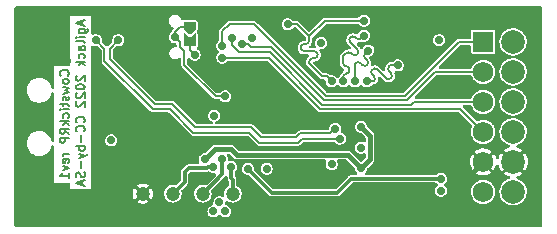
<source format=gbr>
%TF.GenerationSoftware,KiCad,Pcbnew,(6.0.7)*%
%TF.CreationDate,2022-08-11T09:50:47+02:00*%
%TF.ProjectId,cowstick-rp,636f7773-7469-4636-9b2d-72702e6b6963,1*%
%TF.SameCoordinates,Original*%
%TF.FileFunction,Copper,L4,Bot*%
%TF.FilePolarity,Positive*%
%FSLAX46Y46*%
G04 Gerber Fmt 4.6, Leading zero omitted, Abs format (unit mm)*
G04 Created by KiCad (PCBNEW (6.0.7)) date 2022-08-11 09:50:47*
%MOMM*%
%LPD*%
G01*
G04 APERTURE LIST*
G04 Aperture macros list*
%AMFreePoly0*
4,1,28,0.201453,0.499398,0.202936,0.499913,0.218927,0.492160,0.235355,0.485355,0.235956,0.483903,0.237370,0.483218,0.637371,0.033218,0.642752,0.017705,0.649913,0.002936,0.648894,0.000000,0.649913,-0.002936,0.642752,-0.017705,0.637371,-0.033218,0.237370,-0.483218,0.235956,-0.483903,0.235355,-0.485355,0.218927,-0.492160,0.202936,-0.499913,0.201453,-0.499398,0.200000,-0.500000,
-0.400000,-0.500000,-0.435355,-0.485355,-0.450000,-0.450000,-0.450000,0.450000,-0.435355,0.485355,-0.400000,0.500000,0.200000,0.500000,0.201453,0.499398,0.201453,0.499398,$1*%
%AMFreePoly1*
4,1,30,0.435355,0.485355,0.450000,0.450000,0.450000,-0.450000,0.435355,-0.485355,0.400000,-0.500000,-0.600000,-0.500000,-0.616429,-0.493195,-0.633218,-0.487370,-0.633903,-0.485956,-0.635355,-0.485355,-0.642160,-0.468927,-0.649913,-0.452936,-0.649398,-0.451453,-0.650000,-0.450000,-0.643195,-0.433571,-0.637370,-0.416782,-0.266897,0.000000,-0.637370,0.416782,-0.643195,0.433571,-0.650000,0.450000,
-0.649398,0.451453,-0.649913,0.452936,-0.642160,0.468927,-0.635355,0.485355,-0.633903,0.485956,-0.633218,0.487370,-0.616429,0.493195,-0.600000,0.500000,0.400000,0.500000,0.435355,0.485355,0.435355,0.485355,$1*%
G04 Aperture macros list end*
%ADD10C,0.152400*%
%TA.AperFunction,NonConductor*%
%ADD11C,0.152400*%
%TD*%
%TA.AperFunction,ComponentPad*%
%ADD12R,1.750000X1.750000*%
%TD*%
%TA.AperFunction,ComponentPad*%
%ADD13C,1.750000*%
%TD*%
%TA.AperFunction,ComponentPad*%
%ADD14C,2.000000*%
%TD*%
%TA.AperFunction,SMDPad,CuDef*%
%ADD15FreePoly0,270.000000*%
%TD*%
%TA.AperFunction,SMDPad,CuDef*%
%ADD16FreePoly1,270.000000*%
%TD*%
%TA.AperFunction,SMDPad,CuDef*%
%ADD17C,1.198880*%
%TD*%
%TA.AperFunction,ViaPad*%
%ADD18C,0.711200*%
%TD*%
%TA.AperFunction,Conductor*%
%ADD19C,0.203200*%
%TD*%
%TA.AperFunction,Conductor*%
%ADD20C,0.304800*%
%TD*%
%TA.AperFunction,Conductor*%
%ADD21C,0.406400*%
%TD*%
%TA.AperFunction,Conductor*%
%ADD22C,0.200000*%
%TD*%
G04 APERTURE END LIST*
D10*
D11*
X130682142Y-101511571D02*
X130718428Y-101475285D01*
X130754714Y-101366428D01*
X130754714Y-101293857D01*
X130718428Y-101185000D01*
X130645857Y-101112428D01*
X130573285Y-101076142D01*
X130428142Y-101039857D01*
X130319285Y-101039857D01*
X130174142Y-101076142D01*
X130101571Y-101112428D01*
X130029000Y-101185000D01*
X129992714Y-101293857D01*
X129992714Y-101366428D01*
X130029000Y-101475285D01*
X130065285Y-101511571D01*
X130754714Y-101947000D02*
X130718428Y-101874428D01*
X130682142Y-101838142D01*
X130609571Y-101801857D01*
X130391857Y-101801857D01*
X130319285Y-101838142D01*
X130283000Y-101874428D01*
X130246714Y-101947000D01*
X130246714Y-102055857D01*
X130283000Y-102128428D01*
X130319285Y-102164714D01*
X130391857Y-102201000D01*
X130609571Y-102201000D01*
X130682142Y-102164714D01*
X130718428Y-102128428D01*
X130754714Y-102055857D01*
X130754714Y-101947000D01*
X130246714Y-102455000D02*
X130754714Y-102600142D01*
X130391857Y-102745285D01*
X130754714Y-102890428D01*
X130246714Y-103035571D01*
X130718428Y-103289571D02*
X130754714Y-103362142D01*
X130754714Y-103507285D01*
X130718428Y-103579857D01*
X130645857Y-103616142D01*
X130609571Y-103616142D01*
X130537000Y-103579857D01*
X130500714Y-103507285D01*
X130500714Y-103398428D01*
X130464428Y-103325857D01*
X130391857Y-103289571D01*
X130355571Y-103289571D01*
X130283000Y-103325857D01*
X130246714Y-103398428D01*
X130246714Y-103507285D01*
X130283000Y-103579857D01*
X130246714Y-103833857D02*
X130246714Y-104124142D01*
X129992714Y-103942714D02*
X130645857Y-103942714D01*
X130718428Y-103979000D01*
X130754714Y-104051571D01*
X130754714Y-104124142D01*
X130754714Y-104378142D02*
X130246714Y-104378142D01*
X129992714Y-104378142D02*
X130029000Y-104341857D01*
X130065285Y-104378142D01*
X130029000Y-104414428D01*
X129992714Y-104378142D01*
X130065285Y-104378142D01*
X130718428Y-105067571D02*
X130754714Y-104995000D01*
X130754714Y-104849857D01*
X130718428Y-104777285D01*
X130682142Y-104741000D01*
X130609571Y-104704714D01*
X130391857Y-104704714D01*
X130319285Y-104741000D01*
X130283000Y-104777285D01*
X130246714Y-104849857D01*
X130246714Y-104995000D01*
X130283000Y-105067571D01*
X130754714Y-105394142D02*
X129992714Y-105394142D01*
X130464428Y-105466714D02*
X130754714Y-105684428D01*
X130246714Y-105684428D02*
X130537000Y-105394142D01*
X130754714Y-106446428D02*
X130391857Y-106192428D01*
X130754714Y-106011000D02*
X129992714Y-106011000D01*
X129992714Y-106301285D01*
X130029000Y-106373857D01*
X130065285Y-106410142D01*
X130137857Y-106446428D01*
X130246714Y-106446428D01*
X130319285Y-106410142D01*
X130355571Y-106373857D01*
X130391857Y-106301285D01*
X130391857Y-106011000D01*
X130754714Y-106773000D02*
X129992714Y-106773000D01*
X129992714Y-107063285D01*
X130029000Y-107135857D01*
X130065285Y-107172142D01*
X130137857Y-107208428D01*
X130246714Y-107208428D01*
X130319285Y-107172142D01*
X130355571Y-107135857D01*
X130391857Y-107063285D01*
X130391857Y-106773000D01*
X130754714Y-108115571D02*
X130246714Y-108115571D01*
X130391857Y-108115571D02*
X130319285Y-108151857D01*
X130283000Y-108188142D01*
X130246714Y-108260714D01*
X130246714Y-108333285D01*
X130718428Y-108877571D02*
X130754714Y-108805000D01*
X130754714Y-108659857D01*
X130718428Y-108587285D01*
X130645857Y-108551000D01*
X130355571Y-108551000D01*
X130283000Y-108587285D01*
X130246714Y-108659857D01*
X130246714Y-108805000D01*
X130283000Y-108877571D01*
X130355571Y-108913857D01*
X130428142Y-108913857D01*
X130500714Y-108551000D01*
X130246714Y-109167857D02*
X130754714Y-109349285D01*
X130246714Y-109530714D01*
X130754714Y-110220142D02*
X130754714Y-109784714D01*
X130754714Y-110002428D02*
X129992714Y-110002428D01*
X130101571Y-109929857D01*
X130174142Y-109857285D01*
X130210428Y-109784714D01*
D10*
D11*
X131897000Y-96871285D02*
X131897000Y-97234142D01*
X132114714Y-96798714D02*
X131352714Y-97052714D01*
X132114714Y-97306714D01*
X131606714Y-97887285D02*
X132223571Y-97887285D01*
X132296142Y-97851000D01*
X132332428Y-97814714D01*
X132368714Y-97742142D01*
X132368714Y-97633285D01*
X132332428Y-97560714D01*
X132078428Y-97887285D02*
X132114714Y-97814714D01*
X132114714Y-97669571D01*
X132078428Y-97597000D01*
X132042142Y-97560714D01*
X131969571Y-97524428D01*
X131751857Y-97524428D01*
X131679285Y-97560714D01*
X131643000Y-97597000D01*
X131606714Y-97669571D01*
X131606714Y-97814714D01*
X131643000Y-97887285D01*
X132114714Y-98250142D02*
X131606714Y-98250142D01*
X131352714Y-98250142D02*
X131389000Y-98213857D01*
X131425285Y-98250142D01*
X131389000Y-98286428D01*
X131352714Y-98250142D01*
X131425285Y-98250142D01*
X132114714Y-98721857D02*
X132078428Y-98649285D01*
X132005857Y-98613000D01*
X131352714Y-98613000D01*
X132114714Y-99338714D02*
X131715571Y-99338714D01*
X131643000Y-99302428D01*
X131606714Y-99229857D01*
X131606714Y-99084714D01*
X131643000Y-99012142D01*
X132078428Y-99338714D02*
X132114714Y-99266142D01*
X132114714Y-99084714D01*
X132078428Y-99012142D01*
X132005857Y-98975857D01*
X131933285Y-98975857D01*
X131860714Y-99012142D01*
X131824428Y-99084714D01*
X131824428Y-99266142D01*
X131788142Y-99338714D01*
X132078428Y-100028142D02*
X132114714Y-99955571D01*
X132114714Y-99810428D01*
X132078428Y-99737857D01*
X132042142Y-99701571D01*
X131969571Y-99665285D01*
X131751857Y-99665285D01*
X131679285Y-99701571D01*
X131643000Y-99737857D01*
X131606714Y-99810428D01*
X131606714Y-99955571D01*
X131643000Y-100028142D01*
X132114714Y-100354714D02*
X131352714Y-100354714D01*
X131824428Y-100427285D02*
X132114714Y-100645000D01*
X131606714Y-100645000D02*
X131897000Y-100354714D01*
X131425285Y-101515857D02*
X131389000Y-101552142D01*
X131352714Y-101624714D01*
X131352714Y-101806142D01*
X131389000Y-101878714D01*
X131425285Y-101915000D01*
X131497857Y-101951285D01*
X131570428Y-101951285D01*
X131679285Y-101915000D01*
X132114714Y-101479571D01*
X132114714Y-101951285D01*
X131352714Y-102423000D02*
X131352714Y-102495571D01*
X131389000Y-102568142D01*
X131425285Y-102604428D01*
X131497857Y-102640714D01*
X131643000Y-102677000D01*
X131824428Y-102677000D01*
X131969571Y-102640714D01*
X132042142Y-102604428D01*
X132078428Y-102568142D01*
X132114714Y-102495571D01*
X132114714Y-102423000D01*
X132078428Y-102350428D01*
X132042142Y-102314142D01*
X131969571Y-102277857D01*
X131824428Y-102241571D01*
X131643000Y-102241571D01*
X131497857Y-102277857D01*
X131425285Y-102314142D01*
X131389000Y-102350428D01*
X131352714Y-102423000D01*
X131425285Y-102967285D02*
X131389000Y-103003571D01*
X131352714Y-103076142D01*
X131352714Y-103257571D01*
X131389000Y-103330142D01*
X131425285Y-103366428D01*
X131497857Y-103402714D01*
X131570428Y-103402714D01*
X131679285Y-103366428D01*
X132114714Y-102931000D01*
X132114714Y-103402714D01*
X131425285Y-103693000D02*
X131389000Y-103729285D01*
X131352714Y-103801857D01*
X131352714Y-103983285D01*
X131389000Y-104055857D01*
X131425285Y-104092142D01*
X131497857Y-104128428D01*
X131570428Y-104128428D01*
X131679285Y-104092142D01*
X132114714Y-103656714D01*
X132114714Y-104128428D01*
X132042142Y-105471000D02*
X132078428Y-105434714D01*
X132114714Y-105325857D01*
X132114714Y-105253285D01*
X132078428Y-105144428D01*
X132005857Y-105071857D01*
X131933285Y-105035571D01*
X131788142Y-104999285D01*
X131679285Y-104999285D01*
X131534142Y-105035571D01*
X131461571Y-105071857D01*
X131389000Y-105144428D01*
X131352714Y-105253285D01*
X131352714Y-105325857D01*
X131389000Y-105434714D01*
X131425285Y-105471000D01*
X132042142Y-106233000D02*
X132078428Y-106196714D01*
X132114714Y-106087857D01*
X132114714Y-106015285D01*
X132078428Y-105906428D01*
X132005857Y-105833857D01*
X131933285Y-105797571D01*
X131788142Y-105761285D01*
X131679285Y-105761285D01*
X131534142Y-105797571D01*
X131461571Y-105833857D01*
X131389000Y-105906428D01*
X131352714Y-106015285D01*
X131352714Y-106087857D01*
X131389000Y-106196714D01*
X131425285Y-106233000D01*
X131824428Y-106559571D02*
X131824428Y-107140142D01*
X132114714Y-107503000D02*
X131352714Y-107503000D01*
X131643000Y-107503000D02*
X131606714Y-107575571D01*
X131606714Y-107720714D01*
X131643000Y-107793285D01*
X131679285Y-107829571D01*
X131751857Y-107865857D01*
X131969571Y-107865857D01*
X132042142Y-107829571D01*
X132078428Y-107793285D01*
X132114714Y-107720714D01*
X132114714Y-107575571D01*
X132078428Y-107503000D01*
X131606714Y-108119857D02*
X132114714Y-108301285D01*
X131606714Y-108482714D02*
X132114714Y-108301285D01*
X132296142Y-108228714D01*
X132332428Y-108192428D01*
X132368714Y-108119857D01*
X131824428Y-108773000D02*
X131824428Y-109353571D01*
X132078428Y-109680142D02*
X132114714Y-109789000D01*
X132114714Y-109970428D01*
X132078428Y-110043000D01*
X132042142Y-110079285D01*
X131969571Y-110115571D01*
X131897000Y-110115571D01*
X131824428Y-110079285D01*
X131788142Y-110043000D01*
X131751857Y-109970428D01*
X131715571Y-109825285D01*
X131679285Y-109752714D01*
X131643000Y-109716428D01*
X131570428Y-109680142D01*
X131497857Y-109680142D01*
X131425285Y-109716428D01*
X131389000Y-109752714D01*
X131352714Y-109825285D01*
X131352714Y-110006714D01*
X131389000Y-110115571D01*
X131897000Y-110405857D02*
X131897000Y-110768714D01*
X132114714Y-110333285D02*
X131352714Y-110587285D01*
X132114714Y-110841285D01*
D12*
%TO.P,J2,1,IO1*%
%TO.N,PMOD_CTS*%
X165836500Y-98650000D03*
D13*
%TO.P,J2,2,IO2*%
%TO.N,PMOD_TX*%
X165836500Y-101190000D03*
%TO.P,J2,3,IO3*%
%TO.N,PMOD_RX*%
X165836500Y-103730000D03*
%TO.P,J2,4,IO4*%
%TO.N,PMOD_RTS*%
X165836500Y-106270000D03*
%TO.P,J2,5*%
%TO.N,GND*%
X165836500Y-108810000D03*
%TO.P,J2,6*%
%TO.N,+PMOD*%
X165836500Y-111350000D03*
D14*
%TO.P,J2,7,IO5*%
%TO.N,PMOD_IO5*%
X168376500Y-98650000D03*
%TO.P,J2,8,IO6*%
%TO.N,PMOD_IO6*%
X168376500Y-101190000D03*
%TO.P,J2,9,IO7*%
%TO.N,PMOD_IO7*%
X168376500Y-103730000D03*
%TO.P,J2,10,IO8*%
%TO.N,PMOD_IO8*%
X168376500Y-106270000D03*
%TO.P,J2,11*%
%TO.N,GND*%
X168376500Y-108810000D03*
%TO.P,J2,12*%
%TO.N,+PMOD*%
X168376500Y-111350000D03*
%TD*%
D15*
%TO.P,JP1,1*%
%TO.N,BUTTON*%
X141000000Y-97400000D03*
D16*
%TO.P,JP1,2*%
%TO.N,Net-(R7-Pad1)*%
X141000000Y-98600000D03*
%TD*%
D17*
%TO.P,TP4,1,1*%
%TO.N,Net-(TP4-Pad1)*%
X139550000Y-111500000D03*
%TD*%
%TO.P,TP1,1,1*%
%TO.N,GND*%
X137010000Y-111500000D03*
%TD*%
%TO.P,TP5,1,1*%
%TO.N,Net-(TP5-Pad1)*%
X142090000Y-111500000D03*
%TD*%
%TO.P,TP3,1,1*%
%TO.N,RST*%
X144630000Y-111500000D03*
%TD*%
D18*
%TO.N,PMOD_CTS*%
X143750000Y-99000000D03*
%TO.N,PMOD_TX*%
X145430000Y-98850000D03*
%TO.N,GND*%
X160500000Y-113900000D03*
X149300000Y-105800000D03*
X126600000Y-98000000D03*
X144500000Y-96100000D03*
X158830000Y-101770000D03*
X152150000Y-100660000D03*
X164500000Y-96100000D03*
X164100000Y-97250000D03*
X164500000Y-113900000D03*
X148500000Y-113900000D03*
X134000000Y-101700000D03*
X156500000Y-96100000D03*
X137010000Y-111500000D03*
X148500000Y-96100000D03*
X154500000Y-113900000D03*
X158500000Y-113900000D03*
X134500000Y-96100000D03*
X139900000Y-106000000D03*
X170400000Y-113900000D03*
X132500000Y-96100000D03*
X128500000Y-96100000D03*
X133750000Y-109750000D03*
X162500000Y-113900000D03*
X151100000Y-97150000D03*
X137000000Y-106100000D03*
X136500000Y-113900000D03*
X136500000Y-96100000D03*
X126600000Y-102000000D03*
X162500000Y-96100000D03*
X134500000Y-113900000D03*
X144500000Y-113900000D03*
X147700000Y-104200000D03*
X128250000Y-105000000D03*
X150500000Y-96100000D03*
X139550000Y-110000000D03*
X168500000Y-113900000D03*
X147700000Y-105800000D03*
X157100000Y-108500000D03*
X132500000Y-113900000D03*
X130500000Y-113900000D03*
X129150000Y-100250000D03*
X138500000Y-96100000D03*
X154500000Y-96100000D03*
X126600000Y-100000000D03*
X126600000Y-110000000D03*
X157100000Y-106750000D03*
X163750000Y-108170000D03*
X146150000Y-111760000D03*
X140500000Y-96100000D03*
X129150000Y-101500000D03*
X139900000Y-107500000D03*
X166500000Y-113900000D03*
X170400000Y-104000000D03*
X126600000Y-112000000D03*
X158500000Y-96100000D03*
X170400000Y-100000000D03*
X138500000Y-102250000D03*
X141500000Y-110000000D03*
X149300000Y-104200000D03*
X128500000Y-113900000D03*
X126600000Y-96100000D03*
X141000000Y-104250000D03*
X156500000Y-113900000D03*
X150500000Y-113900000D03*
X136950000Y-99100000D03*
X145000000Y-101250000D03*
X153000000Y-110600000D03*
X170400000Y-98000000D03*
X147500000Y-97150000D03*
X130500000Y-96100000D03*
X126600000Y-106000000D03*
X170400000Y-106000000D03*
X138600000Y-113900000D03*
X170400000Y-102000000D03*
X168500000Y-96100000D03*
X146500000Y-96100000D03*
X126600000Y-104000000D03*
X166500000Y-96100000D03*
X132500000Y-112000000D03*
X126600000Y-108000000D03*
X157100000Y-105000000D03*
X142550000Y-99100000D03*
X142500000Y-113900000D03*
X170400000Y-112000000D03*
X140500000Y-113900000D03*
X170400000Y-110000000D03*
X170400000Y-96100000D03*
X142500000Y-96100000D03*
X126600000Y-113900000D03*
X152500000Y-96100000D03*
X146500000Y-113900000D03*
X130600000Y-100250000D03*
X170400000Y-108000000D03*
X152500000Y-113900000D03*
%TO.N,PMOD_RX*%
X144550000Y-98350000D03*
%TO.N,PMOD_RTS*%
X143750000Y-100000000D03*
%TO.N,+3.3V*%
X153000000Y-109000000D03*
X152110000Y-98750000D03*
X143050000Y-104900000D03*
X162250000Y-111250000D03*
X146270000Y-98350000D03*
X147500000Y-109410000D03*
X144000000Y-113000000D03*
X143000000Y-113000000D03*
X155500000Y-107600000D03*
X162100000Y-98500000D03*
X143500000Y-112250000D03*
X134350000Y-107000000D03*
%TO.N,USB_D-*%
X133050000Y-98500000D03*
X153700000Y-106850000D03*
%TO.N,USB_D+*%
X134950000Y-98500000D03*
X153300000Y-106000000D03*
%TO.N,Net-(C6-Pad1)*%
X155500000Y-109350000D03*
X155500000Y-105850000D03*
X142250000Y-108600000D03*
%TO.N,Net-(TP4-Pad1)*%
X143000000Y-109250000D03*
%TO.N,Net-(TP5-Pad1)*%
X143750000Y-108600000D03*
%TO.N,RST*%
X144500000Y-109250000D03*
%TO.N,FL_D0*%
X158600000Y-100650000D03*
X156000000Y-102000000D03*
%TO.N,FL_D2*%
X155000000Y-102000000D03*
X156120000Y-99390000D03*
%TO.N,FL_D1*%
X155750000Y-98120000D03*
X154000000Y-102000000D03*
%TO.N,BUTTON*%
X139750000Y-98250000D03*
X144000000Y-103250000D03*
%TO.N,LED*%
X145900000Y-109410000D03*
X162250000Y-110250000D03*
%TO.N,UB*%
X155750000Y-96850000D03*
X153000000Y-102000000D03*
X149300000Y-97150000D03*
%TO.N,Net-(R7-Pad1)*%
X141400000Y-99750000D03*
%TD*%
D19*
%TO.N,PMOD_CTS*%
X144370000Y-97150000D02*
X146430000Y-97150000D01*
X143750000Y-97770000D02*
X144370000Y-97150000D01*
X146430000Y-97150000D02*
X152500000Y-103220000D01*
X143750000Y-99000000D02*
X143750000Y-97770000D01*
X159240000Y-103220000D02*
X163810000Y-98650000D01*
X152500000Y-103220000D02*
X159240000Y-103220000D01*
X163810000Y-98650000D02*
X165836500Y-98650000D01*
%TO.N,PMOD_TX*%
X152340000Y-103590000D02*
X159390000Y-103590000D01*
X145907895Y-98850000D02*
X146147895Y-99090000D01*
X159390000Y-103590000D02*
X161790000Y-101190000D01*
X147840000Y-99090000D02*
X152340000Y-103590000D01*
X146147895Y-99090000D02*
X147840000Y-99090000D01*
X145430000Y-98850000D02*
X145907895Y-98850000D01*
X161790000Y-101190000D02*
X165836500Y-101190000D01*
D20*
%TO.N,GND*%
X163540000Y-98030000D02*
X163540000Y-97810000D01*
D21*
X148020000Y-97670000D02*
X147500000Y-97150000D01*
D19*
X165836500Y-108810000D02*
X166916500Y-109890000D01*
D20*
X157850000Y-102750000D02*
X152700000Y-102750000D01*
X160200000Y-101370000D02*
X163540000Y-98030000D01*
D21*
X152700000Y-102750000D02*
X148020000Y-98070000D01*
X151360000Y-105000000D02*
X150560000Y-104200000D01*
X138600000Y-113900000D02*
X136500000Y-113900000D01*
D20*
X159230000Y-101370000D02*
X160200000Y-101370000D01*
D21*
X157100000Y-105000000D02*
X151360000Y-105000000D01*
D19*
X167296500Y-109890000D02*
X168376500Y-108810000D01*
D21*
X162500000Y-113900000D02*
X162500000Y-112146500D01*
X162500000Y-112146500D02*
X165836500Y-108810000D01*
D20*
X158830000Y-101770000D02*
X157850000Y-102750000D01*
X158830000Y-101770000D02*
X159230000Y-101370000D01*
D19*
X166916500Y-109890000D02*
X167296500Y-109890000D01*
D21*
X150560000Y-104200000D02*
X149300000Y-104200000D01*
X148020000Y-98070000D02*
X148020000Y-97670000D01*
D20*
X163540000Y-97810000D02*
X164100000Y-97250000D01*
D19*
%TO.N,PMOD_RX*%
X145170000Y-99550000D02*
X147780000Y-99550000D01*
X159750000Y-103960000D02*
X159980000Y-103730000D01*
X152190000Y-103960000D02*
X159750000Y-103960000D01*
X144550000Y-98350000D02*
X144550000Y-98930000D01*
X147780000Y-99550000D02*
X152190000Y-103960000D01*
X159980000Y-103730000D02*
X165836500Y-103730000D01*
X144550000Y-98930000D02*
X145170000Y-99550000D01*
%TO.N,PMOD_RTS*%
X143750000Y-100000000D02*
X147710000Y-100000000D01*
X163896500Y-104330000D02*
X165836500Y-106270000D01*
X152040000Y-104330000D02*
X163896500Y-104330000D01*
X147710000Y-100000000D02*
X152040000Y-104330000D01*
D22*
%TO.N,USB_D-*%
X137866800Y-104375000D02*
X133774999Y-100283199D01*
X133774999Y-100283199D02*
X133774999Y-99224999D01*
X139326800Y-104375000D02*
X137866800Y-104375000D01*
X141286800Y-106335000D02*
X139326800Y-104375000D01*
X133774999Y-99224999D02*
X133050000Y-98500000D01*
X146856800Y-107185000D02*
X146006800Y-106335000D01*
X150173200Y-107185000D02*
X146856800Y-107185000D01*
X150508200Y-106850000D02*
X150173200Y-107185000D01*
X146006800Y-106335000D02*
X141286800Y-106335000D01*
X153700000Y-106850000D02*
X150508200Y-106850000D01*
%TO.N,USB_D+*%
X134225001Y-99224999D02*
X134950000Y-98500000D01*
X152900001Y-106399999D02*
X150321801Y-106399999D01*
X147043200Y-106735000D02*
X146193200Y-105885000D01*
X149986800Y-106735000D02*
X147043200Y-106735000D01*
X139513200Y-103925000D02*
X138053200Y-103925000D01*
X138053200Y-103925000D02*
X134225001Y-100096801D01*
X146193200Y-105885000D02*
X141473200Y-105885000D01*
X153300000Y-106000000D02*
X152900001Y-106399999D01*
X141473200Y-105885000D02*
X139513200Y-103925000D01*
X134225001Y-100096801D02*
X134225001Y-99224999D01*
X150321801Y-106399999D02*
X149986800Y-106735000D01*
D21*
%TO.N,Net-(C6-Pad1)*%
X143100000Y-107750000D02*
X142250000Y-108600000D01*
X156260000Y-108590000D02*
X155500000Y-109350000D01*
X144500000Y-107750000D02*
X143100000Y-107750000D01*
X154400000Y-108250000D02*
X155500000Y-109350000D01*
X145000000Y-108250000D02*
X154400000Y-108250000D01*
X145000000Y-108250000D02*
X144500000Y-107750000D01*
X155500000Y-105850000D02*
X156260000Y-106610000D01*
X156260000Y-106610000D02*
X156260000Y-108590000D01*
D20*
%TO.N,Net-(TP4-Pad1)*%
X140550000Y-110500000D02*
X139550000Y-111500000D01*
X142510000Y-109250000D02*
X142430000Y-109330000D01*
X142430000Y-109330000D02*
X140910000Y-109330000D01*
X143000000Y-109250000D02*
X142510000Y-109250000D01*
X140550000Y-109690000D02*
X140550000Y-110500000D01*
X140910000Y-109330000D02*
X140550000Y-109690000D01*
%TO.N,Net-(TP5-Pad1)*%
X143750000Y-108600000D02*
X143750000Y-109840000D01*
X143750000Y-109840000D02*
X142090000Y-111500000D01*
%TO.N,RST*%
X144500000Y-110190000D02*
X144630000Y-110320000D01*
X144500000Y-109250000D02*
X144500000Y-110190000D01*
X144630000Y-110320000D02*
X144630000Y-111500000D01*
D19*
%TO.N,FL_D0*%
X156853655Y-100990860D02*
X157599141Y-101736345D01*
X156000000Y-102000000D02*
X156590000Y-102000000D01*
X157940000Y-100650000D02*
X158600000Y-100650000D01*
X157862793Y-100727204D02*
X157940000Y-100650000D01*
X156590000Y-101575736D02*
X156429389Y-101415125D01*
X158023405Y-101312080D02*
X157862793Y-101151468D01*
X158023405Y-101312079D02*
X158023405Y-101312080D01*
X156853655Y-100990861D02*
X156853655Y-100990860D01*
X156429396Y-100990868D02*
G75*
G03*
X156429389Y-101415125I212104J-212132D01*
G01*
X158023417Y-101312067D02*
G75*
G02*
X158023405Y-101736345I-212117J-212133D01*
G01*
X156853654Y-100990862D02*
G75*
G03*
X156429390Y-100990862I-212132J-212130D01*
G01*
X157862758Y-100727169D02*
G75*
G03*
X157862794Y-101151467I212142J-212131D01*
G01*
X156589968Y-101575768D02*
G75*
G02*
X156590000Y-102000000I-212068J-212132D01*
G01*
X158023404Y-101736344D02*
G75*
G02*
X157599142Y-101736344I-212131J212131D01*
G01*
%TO.N,FL_D2*%
X156120000Y-99390000D02*
X155845000Y-99665000D01*
X155067184Y-100442819D02*
X155000000Y-100510000D01*
X155619145Y-100605872D02*
X155456092Y-100442819D01*
X156008052Y-100605873D02*
X156008053Y-100605872D01*
X155845000Y-100053910D02*
X155844999Y-100053910D01*
X155844999Y-100053910D02*
X156008053Y-100216964D01*
X155067183Y-100442820D02*
X155067184Y-100442819D01*
X155000000Y-100510000D02*
X155000000Y-102000000D01*
X155067145Y-100442782D02*
G75*
G02*
X155456092Y-100442819I194455J-194518D01*
G01*
X155844955Y-100053955D02*
G75*
G02*
X155845000Y-99665000I194545J194455D01*
G01*
X155619145Y-100605872D02*
G75*
G03*
X156008053Y-100605872I194454J194459D01*
G01*
X156008034Y-100605855D02*
G75*
G03*
X156008053Y-100216964I-194434J194455D01*
G01*
%TO.N,FL_D1*%
X155017486Y-98271192D02*
X155017486Y-98271191D01*
X154511059Y-101078942D02*
X154511059Y-100990000D01*
X155017486Y-98271191D02*
X155096017Y-98349722D01*
X154000000Y-99870000D02*
X154247485Y-99622515D01*
X154000000Y-100390000D02*
X154000000Y-99870000D01*
X154255529Y-101334471D02*
X154255530Y-101334471D01*
X155520281Y-98349722D02*
X155520841Y-98349159D01*
X154000000Y-100478942D02*
X154000000Y-100390000D01*
X154671749Y-99622515D02*
X154750279Y-99701045D01*
X154255530Y-100734471D02*
X154255529Y-100734471D01*
X154000000Y-102000000D02*
X154000000Y-101590000D01*
X155520841Y-98349159D02*
X155750000Y-98120000D01*
X155174543Y-99276780D02*
X154593220Y-98695456D01*
X155174543Y-99276779D02*
X155174543Y-99276780D01*
X155520280Y-98349721D02*
G75*
G02*
X155096018Y-98349721I-212131J212131D01*
G01*
X155017485Y-98271193D02*
G75*
G03*
X154593221Y-98271193I-212132J-212130D01*
G01*
X153999929Y-100478942D02*
G75*
G03*
X154255529Y-100734471I255571J42D01*
G01*
X155174554Y-99276768D02*
G75*
G02*
X155174542Y-99701044I-212154J-212132D01*
G01*
X154255530Y-100734441D02*
G75*
G02*
X154511059Y-100990000I-30J-255559D01*
G01*
X154511071Y-101078942D02*
G75*
G02*
X154255530Y-101334471I-255571J42D01*
G01*
X155174542Y-99701044D02*
G75*
G02*
X154750280Y-99701044I-212131J212131D01*
G01*
X154671748Y-99622516D02*
G75*
G03*
X154247486Y-99622516I-212131J-212131D01*
G01*
X154593197Y-98271169D02*
G75*
G03*
X154593221Y-98695455I212203J-212131D01*
G01*
X154255529Y-101334500D02*
G75*
G03*
X154000000Y-101590000I-29J-255500D01*
G01*
%TO.N,BUTTON*%
X139750000Y-97790000D02*
X139750000Y-98250000D01*
X140130000Y-99060000D02*
X140511686Y-99441686D01*
X141000000Y-97400000D02*
X140140000Y-97400000D01*
X139750000Y-98250000D02*
X140130000Y-98630000D01*
X140511686Y-100571686D02*
X143190000Y-103250000D01*
X140511686Y-99441686D02*
X140511686Y-100571686D01*
X143190000Y-103250000D02*
X144000000Y-103250000D01*
X140140000Y-97400000D02*
X139750000Y-97790000D01*
X140130000Y-98630000D02*
X140130000Y-99060000D01*
D20*
%TO.N,LED*%
X147920000Y-111430000D02*
X145900000Y-109410000D01*
X162250000Y-110250000D02*
X154660000Y-110250000D01*
X153480000Y-111430000D02*
X147920000Y-111430000D01*
X154660000Y-110250000D02*
X153480000Y-111430000D01*
D19*
%TO.N,UB*%
X150675570Y-98840000D02*
X150800000Y-98840000D01*
X150050000Y-97150000D02*
X151100000Y-98200000D01*
X151100000Y-98540000D02*
X151100000Y-98450011D01*
X151524430Y-99440000D02*
X151400000Y-99440000D01*
X152580000Y-101580000D02*
X152207895Y-101580000D01*
X151100000Y-98200000D02*
X152450000Y-96850000D01*
X151400000Y-99440000D02*
X150675570Y-99440000D01*
X152450000Y-96850000D02*
X155750000Y-96850000D01*
X152207895Y-101580000D02*
X151100000Y-100472105D01*
X153000000Y-102000000D02*
X152580000Y-101580000D01*
X151400000Y-100040000D02*
X151524430Y-100040000D01*
X151100000Y-98450011D02*
X151100000Y-98200000D01*
X151100000Y-100472105D02*
X151100000Y-100340000D01*
X149300000Y-97150000D02*
X150050000Y-97150000D01*
X150675570Y-98839970D02*
G75*
G03*
X150375570Y-99140000I30J-300030D01*
G01*
X151100000Y-98540000D02*
G75*
G02*
X150800000Y-98840000I-300000J0D01*
G01*
X151400000Y-100040000D02*
G75*
G03*
X151100000Y-100340000I0J-300000D01*
G01*
X151824400Y-99740000D02*
G75*
G02*
X151524430Y-100040000I-300000J0D01*
G01*
X150375600Y-99140000D02*
G75*
G03*
X150675570Y-99440000I300000J0D01*
G01*
X151524430Y-99439970D02*
G75*
G02*
X151824430Y-99740000I-30J-300030D01*
G01*
%TO.N,Net-(R7-Pad1)*%
X141000000Y-98600000D02*
X141000000Y-99350000D01*
X141000000Y-99350000D02*
X141400000Y-99750000D01*
%TD*%
%TA.AperFunction,Conductor*%
%TO.N,GND*%
G36*
X170789221Y-95672902D02*
G01*
X170835714Y-95726558D01*
X170847100Y-95778900D01*
X170847100Y-114221100D01*
X170827098Y-114289221D01*
X170773442Y-114335714D01*
X170721100Y-114347100D01*
X126278900Y-114347100D01*
X126210779Y-114327098D01*
X126164286Y-114273442D01*
X126152900Y-114221100D01*
X126152900Y-112185874D01*
X136509229Y-112185874D01*
X136518056Y-112197492D01*
X136575587Y-112239291D01*
X136586959Y-112245857D01*
X136738789Y-112313456D01*
X136751277Y-112317513D01*
X136913843Y-112352068D01*
X136926903Y-112353440D01*
X137093097Y-112353440D01*
X137106157Y-112352068D01*
X137268723Y-112317513D01*
X137281211Y-112313456D01*
X137433041Y-112245857D01*
X137444413Y-112239291D01*
X137502315Y-112197223D01*
X137510738Y-112186300D01*
X137503834Y-112173439D01*
X137022812Y-111692417D01*
X137008868Y-111684803D01*
X137007035Y-111684934D01*
X137000420Y-111689185D01*
X136515842Y-112173763D01*
X136509229Y-112185874D01*
X126152900Y-112185874D01*
X126152900Y-111506565D01*
X136152549Y-111506565D01*
X136169921Y-111671855D01*
X136172651Y-111684696D01*
X136224007Y-111842752D01*
X136229353Y-111854760D01*
X136312449Y-111998686D01*
X136312565Y-111998847D01*
X136322003Y-112004662D01*
X136322079Y-112004660D01*
X136331364Y-111999031D01*
X136817583Y-111512812D01*
X136823961Y-111501132D01*
X137194803Y-111501132D01*
X137194934Y-111502965D01*
X137199185Y-111509580D01*
X137686586Y-111996981D01*
X137700530Y-112004595D01*
X137700606Y-112004590D01*
X137705859Y-112001017D01*
X137707551Y-111998686D01*
X137790647Y-111854760D01*
X137795993Y-111842752D01*
X137847349Y-111684696D01*
X137850079Y-111671855D01*
X137867451Y-111506565D01*
X137867451Y-111493435D01*
X137867030Y-111489429D01*
X138792974Y-111489429D01*
X138809444Y-111657410D01*
X138862722Y-111817567D01*
X138866369Y-111823589D01*
X138866370Y-111823591D01*
X138940130Y-111945382D01*
X138950158Y-111961941D01*
X138955048Y-111967005D01*
X138955049Y-111967006D01*
X138996807Y-112010248D01*
X139067406Y-112083356D01*
X139106086Y-112108667D01*
X139202747Y-112171920D01*
X139208641Y-112175777D01*
X139215237Y-112178230D01*
X139215239Y-112178231D01*
X139251338Y-112191656D01*
X139366841Y-112234611D01*
X139373822Y-112235542D01*
X139373824Y-112235543D01*
X139409163Y-112240258D01*
X139534144Y-112256934D01*
X139541155Y-112256296D01*
X139541159Y-112256296D01*
X139679293Y-112243724D01*
X139702236Y-112241636D01*
X139708936Y-112239459D01*
X139708941Y-112239458D01*
X139856062Y-112191656D01*
X139856065Y-112191655D01*
X139862761Y-112189479D01*
X139976596Y-112121620D01*
X140001687Y-112106663D01*
X140001690Y-112106661D01*
X140007742Y-112103053D01*
X140129972Y-111986654D01*
X140142399Y-111967951D01*
X140214934Y-111858776D01*
X140223377Y-111846069D01*
X140236743Y-111810884D01*
X140261964Y-111744487D01*
X140283314Y-111688283D01*
X140303820Y-111542378D01*
X140306254Y-111525061D01*
X140306254Y-111525058D01*
X140306805Y-111521139D01*
X140306966Y-111509580D01*
X140307045Y-111503962D01*
X140307045Y-111503957D01*
X140307100Y-111500000D01*
X140295476Y-111396369D01*
X140289071Y-111339262D01*
X140289070Y-111339259D01*
X140288286Y-111332266D01*
X140278430Y-111303964D01*
X140274918Y-111233055D01*
X140308327Y-111173433D01*
X140728200Y-110753560D01*
X140730345Y-110751709D01*
X140735180Y-110749345D01*
X140767170Y-110714860D01*
X140769022Y-110712863D01*
X140772302Y-110709458D01*
X140785957Y-110695803D01*
X140788714Y-110691784D01*
X140791166Y-110688992D01*
X140804614Y-110674495D01*
X140804615Y-110674493D01*
X140812528Y-110665963D01*
X140816840Y-110655156D01*
X140819069Y-110651630D01*
X140825689Y-110639232D01*
X140827376Y-110635425D01*
X140833957Y-110625831D01*
X140839776Y-110601312D01*
X140845338Y-110583726D01*
X140851378Y-110568588D01*
X140851379Y-110568582D01*
X140854673Y-110560327D01*
X140855300Y-110553932D01*
X140855300Y-110550636D01*
X140855318Y-110550483D01*
X140855450Y-110547780D01*
X140855633Y-110547789D01*
X140857103Y-110535232D01*
X140857530Y-110526493D01*
X140860217Y-110515172D01*
X140856451Y-110487500D01*
X140855300Y-110470509D01*
X140855300Y-109868650D01*
X140875302Y-109800529D01*
X140892205Y-109779554D01*
X140999556Y-109672204D01*
X141061868Y-109638179D01*
X141088651Y-109635300D01*
X142376710Y-109635300D01*
X142379535Y-109635507D01*
X142384628Y-109637256D01*
X142434357Y-109635389D01*
X142439083Y-109635300D01*
X142458393Y-109635300D01*
X142463180Y-109634408D01*
X142466898Y-109634167D01*
X142498282Y-109632989D01*
X142508974Y-109628395D01*
X142513059Y-109627475D01*
X142526481Y-109623397D01*
X142530377Y-109621894D01*
X142541811Y-109619764D01*
X142545070Y-109617755D01*
X142610771Y-109612312D01*
X142656139Y-109635142D01*
X142657583Y-109632973D01*
X142771361Y-109708710D01*
X142771363Y-109708711D01*
X142778834Y-109713684D01*
X142787401Y-109716361D01*
X142787402Y-109716361D01*
X142803777Y-109721477D01*
X142917864Y-109757121D01*
X143063498Y-109759790D01*
X143072162Y-109757428D01*
X143081065Y-109756319D01*
X143081438Y-109759313D01*
X143137309Y-109760399D01*
X143196278Y-109799936D01*
X143224510Y-109865078D01*
X143213043Y-109935142D01*
X143188563Y-109969677D01*
X142416881Y-110741359D01*
X142354569Y-110775385D01*
X142285519Y-110770963D01*
X142269518Y-110765265D01*
X142269516Y-110765264D01*
X142262884Y-110762903D01*
X142255896Y-110762070D01*
X142255893Y-110762069D01*
X142142198Y-110748512D01*
X142095286Y-110742918D01*
X142088283Y-110743654D01*
X142088282Y-110743654D01*
X141934424Y-110759825D01*
X141934422Y-110759826D01*
X141927424Y-110760561D01*
X141767642Y-110814955D01*
X141623883Y-110903397D01*
X141618851Y-110908324D01*
X141618848Y-110908327D01*
X141529996Y-110995338D01*
X141503290Y-111021491D01*
X141411857Y-111163367D01*
X141409447Y-111169987D01*
X141409446Y-111169990D01*
X141357046Y-111313956D01*
X141354128Y-111321974D01*
X141332974Y-111489429D01*
X141349444Y-111657410D01*
X141402722Y-111817567D01*
X141406369Y-111823589D01*
X141406370Y-111823591D01*
X141480130Y-111945382D01*
X141490158Y-111961941D01*
X141495048Y-111967005D01*
X141495049Y-111967006D01*
X141536807Y-112010248D01*
X141607406Y-112083356D01*
X141646086Y-112108667D01*
X141742747Y-112171920D01*
X141748641Y-112175777D01*
X141755237Y-112178230D01*
X141755239Y-112178231D01*
X141791338Y-112191656D01*
X141906841Y-112234611D01*
X141913822Y-112235542D01*
X141913824Y-112235543D01*
X141949163Y-112240258D01*
X142074144Y-112256934D01*
X142081155Y-112256296D01*
X142081159Y-112256296D01*
X142219293Y-112243724D01*
X142242236Y-112241636D01*
X142248936Y-112239459D01*
X142248941Y-112239458D01*
X142396062Y-112191656D01*
X142396065Y-112191655D01*
X142402761Y-112189479D01*
X142516596Y-112121620D01*
X142541687Y-112106663D01*
X142541690Y-112106661D01*
X142547742Y-112103053D01*
X142669972Y-111986654D01*
X142682399Y-111967951D01*
X142754934Y-111858776D01*
X142763377Y-111846069D01*
X142776743Y-111810884D01*
X142801964Y-111744487D01*
X142823314Y-111688283D01*
X142843820Y-111542378D01*
X142846254Y-111525061D01*
X142846254Y-111525058D01*
X142846805Y-111521139D01*
X142846966Y-111509580D01*
X142847045Y-111503962D01*
X142847045Y-111503957D01*
X142847100Y-111500000D01*
X142828286Y-111332266D01*
X142818430Y-111303963D01*
X142814916Y-111233058D01*
X142848326Y-111173433D01*
X143928196Y-110093563D01*
X143930343Y-110091709D01*
X143935180Y-110089345D01*
X143969035Y-110052849D01*
X143972315Y-110049444D01*
X143979605Y-110042154D01*
X144041917Y-110008128D01*
X144112732Y-110013193D01*
X144169568Y-110055740D01*
X144194379Y-110122260D01*
X144194700Y-110131249D01*
X144194700Y-110136710D01*
X144194493Y-110139535D01*
X144192744Y-110144628D01*
X144194030Y-110178869D01*
X144194611Y-110194356D01*
X144194700Y-110199083D01*
X144194700Y-110218393D01*
X144195592Y-110223180D01*
X144195833Y-110226898D01*
X144197011Y-110258282D01*
X144201605Y-110268974D01*
X144202525Y-110273059D01*
X144206601Y-110286475D01*
X144208106Y-110290374D01*
X144210236Y-110301811D01*
X144220089Y-110317795D01*
X144223453Y-110323253D01*
X144231961Y-110339632D01*
X144238393Y-110354604D01*
X144238396Y-110354608D01*
X144241906Y-110362779D01*
X144245985Y-110367744D01*
X144248311Y-110370070D01*
X144248402Y-110370185D01*
X144250223Y-110372193D01*
X144250087Y-110372316D01*
X144257933Y-110382243D01*
X144263810Y-110388725D01*
X144269915Y-110398628D01*
X144279177Y-110405671D01*
X144286990Y-110414287D01*
X144285003Y-110416088D01*
X144317085Y-110459626D01*
X144324700Y-110502766D01*
X144324700Y-110734042D01*
X144304698Y-110802163D01*
X144264723Y-110841359D01*
X144243573Y-110854371D01*
X144163883Y-110903397D01*
X144158851Y-110908324D01*
X144158848Y-110908327D01*
X144069996Y-110995338D01*
X144043290Y-111021491D01*
X143951857Y-111163367D01*
X143949447Y-111169987D01*
X143949446Y-111169990D01*
X143897046Y-111313956D01*
X143894128Y-111321974D01*
X143872974Y-111489429D01*
X143878318Y-111543934D01*
X143889339Y-111656344D01*
X143876079Y-111726092D01*
X143827216Y-111777598D01*
X143758263Y-111794511D01*
X143716578Y-111784356D01*
X143715485Y-111783648D01*
X143575934Y-111741914D01*
X143566958Y-111741859D01*
X143566957Y-111741859D01*
X143505644Y-111741485D01*
X143430279Y-111741024D01*
X143290229Y-111781051D01*
X143282642Y-111785838D01*
X143282640Y-111785839D01*
X143232354Y-111817567D01*
X143167042Y-111858776D01*
X143070622Y-111967951D01*
X143066808Y-111976074D01*
X143066807Y-111976076D01*
X143012533Y-112091676D01*
X143008719Y-112099800D01*
X143007339Y-112108665D01*
X143007338Y-112108667D01*
X142989679Y-112222084D01*
X142986309Y-112243724D01*
X142987473Y-112252626D01*
X142987473Y-112252629D01*
X143001386Y-112359026D01*
X142990386Y-112429165D01*
X142943211Y-112482223D01*
X142911076Y-112496512D01*
X142877792Y-112506025D01*
X142790229Y-112531051D01*
X142667042Y-112608776D01*
X142570622Y-112717951D01*
X142508719Y-112849800D01*
X142486309Y-112993724D01*
X142487473Y-113002626D01*
X142487473Y-113002629D01*
X142499096Y-113091514D01*
X142505195Y-113138152D01*
X142508809Y-113146365D01*
X142508810Y-113146369D01*
X142509237Y-113147339D01*
X142563859Y-113271474D01*
X142569634Y-113278344D01*
X142569635Y-113278346D01*
X142577140Y-113287274D01*
X142657583Y-113382973D01*
X142665060Y-113387950D01*
X142771361Y-113458710D01*
X142771363Y-113458711D01*
X142778834Y-113463684D01*
X142917864Y-113507121D01*
X143063498Y-113509790D01*
X143133762Y-113490634D01*
X143195363Y-113473839D01*
X143195364Y-113473839D01*
X143204026Y-113471477D01*
X143212359Y-113466361D01*
X143320502Y-113399961D01*
X143328154Y-113395263D01*
X143407391Y-113307723D01*
X143467934Y-113270643D01*
X143538913Y-113272181D01*
X143597256Y-113311205D01*
X143657583Y-113382973D01*
X143665060Y-113387950D01*
X143771361Y-113458710D01*
X143771363Y-113458711D01*
X143778834Y-113463684D01*
X143917864Y-113507121D01*
X144063498Y-113509790D01*
X144133762Y-113490634D01*
X144195363Y-113473839D01*
X144195364Y-113473839D01*
X144204026Y-113471477D01*
X144212359Y-113466361D01*
X144320502Y-113399961D01*
X144328154Y-113395263D01*
X144334774Y-113387950D01*
X144419873Y-113293934D01*
X144419874Y-113293933D01*
X144425901Y-113287274D01*
X144433214Y-113272181D01*
X144485495Y-113164272D01*
X144485495Y-113164271D01*
X144489410Y-113156191D01*
X144513576Y-113012552D01*
X144513729Y-113000000D01*
X144493080Y-112855813D01*
X144489362Y-112847635D01*
X144436508Y-112731390D01*
X144436507Y-112731388D01*
X144432792Y-112723218D01*
X144337713Y-112612873D01*
X144215485Y-112533648D01*
X144206888Y-112531077D01*
X144206886Y-112531076D01*
X144086438Y-112495055D01*
X144026904Y-112456374D01*
X143997734Y-112391646D01*
X143998286Y-112353433D01*
X144012770Y-112267344D01*
X144012770Y-112267341D01*
X144013576Y-112262552D01*
X144013729Y-112250000D01*
X144013039Y-112245184D01*
X144012723Y-112240331D01*
X144013845Y-112240258D01*
X144023234Y-112175247D01*
X144069760Y-112121620D01*
X144137893Y-112101660D01*
X144206808Y-112122228D01*
X144282745Y-112171920D01*
X144282751Y-112171923D01*
X144288641Y-112175777D01*
X144295237Y-112178230D01*
X144295239Y-112178231D01*
X144331338Y-112191656D01*
X144446841Y-112234611D01*
X144453822Y-112235542D01*
X144453824Y-112235543D01*
X144489163Y-112240258D01*
X144614144Y-112256934D01*
X144621155Y-112256296D01*
X144621159Y-112256296D01*
X144759293Y-112243724D01*
X144782236Y-112241636D01*
X144788936Y-112239459D01*
X144788941Y-112239458D01*
X144936062Y-112191656D01*
X144936065Y-112191655D01*
X144942761Y-112189479D01*
X145056596Y-112121620D01*
X145081687Y-112106663D01*
X145081690Y-112106661D01*
X145087742Y-112103053D01*
X145209972Y-111986654D01*
X145222399Y-111967951D01*
X145294934Y-111858776D01*
X145303377Y-111846069D01*
X145316743Y-111810884D01*
X145341964Y-111744487D01*
X145363314Y-111688283D01*
X145383820Y-111542378D01*
X145386254Y-111525061D01*
X145386254Y-111525058D01*
X145386805Y-111521139D01*
X145386966Y-111509580D01*
X145387045Y-111503962D01*
X145387045Y-111503957D01*
X145387100Y-111500000D01*
X145375476Y-111396369D01*
X145369071Y-111339262D01*
X145369070Y-111339259D01*
X145368286Y-111332266D01*
X145312777Y-111172868D01*
X145223334Y-111029729D01*
X145215154Y-111021491D01*
X145150518Y-110956402D01*
X145104402Y-110909963D01*
X145012615Y-110851713D01*
X144993786Y-110839764D01*
X144946987Y-110786375D01*
X144935300Y-110733379D01*
X144935300Y-110373290D01*
X144935507Y-110370465D01*
X144937256Y-110365372D01*
X144935389Y-110315643D01*
X144935300Y-110310917D01*
X144935300Y-110291607D01*
X144934408Y-110286820D01*
X144934167Y-110283101D01*
X144933790Y-110273059D01*
X144932989Y-110251718D01*
X144928395Y-110241026D01*
X144927475Y-110236941D01*
X144923399Y-110223525D01*
X144921894Y-110219626D01*
X144919764Y-110208189D01*
X144906547Y-110186747D01*
X144898039Y-110170368D01*
X144891606Y-110155394D01*
X144891604Y-110155391D01*
X144888094Y-110147221D01*
X144884016Y-110142256D01*
X144881687Y-110139927D01*
X144881599Y-110139815D01*
X144879773Y-110137802D01*
X144879909Y-110137678D01*
X144872062Y-110127751D01*
X144866188Y-110121273D01*
X144860085Y-110111372D01*
X144850825Y-110104331D01*
X144843011Y-110095713D01*
X144844997Y-110093912D01*
X144812914Y-110050370D01*
X144805300Y-110007234D01*
X144805300Y-109719067D01*
X144825302Y-109650946D01*
X144837878Y-109634520D01*
X144925901Y-109537274D01*
X144930669Y-109527434D01*
X144985495Y-109414272D01*
X144985495Y-109414271D01*
X144989410Y-109406191D01*
X145013576Y-109262552D01*
X145013729Y-109250000D01*
X144998175Y-109141390D01*
X144994354Y-109114706D01*
X144994353Y-109114703D01*
X144993080Y-109105813D01*
X144989362Y-109097635D01*
X144936508Y-108981390D01*
X144936507Y-108981388D01*
X144932792Y-108973218D01*
X144837713Y-108862873D01*
X144830182Y-108857992D01*
X144830179Y-108857989D01*
X144766397Y-108816648D01*
X144746177Y-108803541D01*
X144727339Y-108781630D01*
X144704941Y-108780494D01*
X144584539Y-108744487D01*
X144584536Y-108744487D01*
X144575934Y-108741914D01*
X144566958Y-108741859D01*
X144566957Y-108741859D01*
X144505644Y-108741485D01*
X144430279Y-108741024D01*
X144421647Y-108743491D01*
X144412756Y-108744709D01*
X144412506Y-108742882D01*
X144352508Y-108742451D01*
X144293059Y-108703639D01*
X144264031Y-108638848D01*
X144263442Y-108613346D01*
X144263576Y-108612552D01*
X144263729Y-108600000D01*
X144254665Y-108536710D01*
X144244354Y-108464706D01*
X144244353Y-108464703D01*
X144243080Y-108455813D01*
X144237026Y-108442498D01*
X144186508Y-108331390D01*
X144186507Y-108331388D01*
X144182792Y-108323218D01*
X144175149Y-108314348D01*
X144174029Y-108311878D01*
X144172096Y-108308855D01*
X144172532Y-108308576D01*
X144145835Y-108249686D01*
X144156134Y-108179441D01*
X144202775Y-108125914D01*
X144270602Y-108106100D01*
X144300308Y-108106100D01*
X144368429Y-108126102D01*
X144389403Y-108143005D01*
X144711834Y-108465436D01*
X144724508Y-108481129D01*
X144727327Y-108484227D01*
X144732975Y-108492974D01*
X144741152Y-108499420D01*
X144757367Y-108512203D01*
X144761397Y-108515784D01*
X144761480Y-108515686D01*
X144765437Y-108519039D01*
X144769118Y-108522720D01*
X144773350Y-108525744D01*
X144773352Y-108525746D01*
X144783711Y-108533149D01*
X144788426Y-108536688D01*
X144819049Y-108560829D01*
X144830537Y-108577003D01*
X144850811Y-108577093D01*
X144868497Y-108582382D01*
X144887062Y-108587934D01*
X144892707Y-108589768D01*
X144930447Y-108603021D01*
X144930450Y-108603022D01*
X144937929Y-108605648D01*
X144943148Y-108606100D01*
X144945859Y-108606100D01*
X144948136Y-108606198D01*
X144948585Y-108606333D01*
X144948583Y-108606387D01*
X144948816Y-108606402D01*
X144954752Y-108608177D01*
X145005150Y-108606197D01*
X145010096Y-108606100D01*
X152424783Y-108606100D01*
X152492904Y-108626102D01*
X152539397Y-108679758D01*
X152549501Y-108750032D01*
X152538838Y-108785649D01*
X152514176Y-108838178D01*
X152508719Y-108849800D01*
X152507339Y-108858665D01*
X152507338Y-108858667D01*
X152488053Y-108982526D01*
X152486309Y-108993724D01*
X152487473Y-109002626D01*
X152487473Y-109002629D01*
X152491985Y-109037131D01*
X152505195Y-109138152D01*
X152508809Y-109146365D01*
X152508810Y-109146369D01*
X152509237Y-109147339D01*
X152563859Y-109271474D01*
X152569634Y-109278344D01*
X152569635Y-109278346D01*
X152640417Y-109362552D01*
X152657583Y-109382973D01*
X152665060Y-109387950D01*
X152771361Y-109458710D01*
X152771363Y-109458711D01*
X152778834Y-109463684D01*
X152917864Y-109507121D01*
X153063498Y-109509790D01*
X153170777Y-109480542D01*
X153195363Y-109473839D01*
X153195364Y-109473839D01*
X153204026Y-109471477D01*
X153212359Y-109466361D01*
X153304152Y-109410000D01*
X153328154Y-109395263D01*
X153334774Y-109387950D01*
X153419873Y-109293934D01*
X153419874Y-109293933D01*
X153425901Y-109287274D01*
X153441606Y-109254860D01*
X153485495Y-109164272D01*
X153485495Y-109164271D01*
X153489410Y-109156191D01*
X153504181Y-109068393D01*
X153512770Y-109017344D01*
X153512770Y-109017341D01*
X153513576Y-109012552D01*
X153513729Y-109000000D01*
X153504934Y-108938585D01*
X153494354Y-108864706D01*
X153494353Y-108864703D01*
X153493080Y-108855813D01*
X153460542Y-108784250D01*
X153450556Y-108713961D01*
X153480156Y-108649429D01*
X153539946Y-108611145D01*
X153575243Y-108606100D01*
X154200308Y-108606100D01*
X154268429Y-108626102D01*
X154289404Y-108643005D01*
X154955449Y-109309051D01*
X154989474Y-109371363D01*
X154991289Y-109381809D01*
X154995319Y-109412629D01*
X155005195Y-109488152D01*
X155008809Y-109496365D01*
X155008810Y-109496369D01*
X155043089Y-109574272D01*
X155063859Y-109621474D01*
X155069634Y-109628344D01*
X155069635Y-109628346D01*
X155157583Y-109732973D01*
X155156156Y-109734173D01*
X155187768Y-109785086D01*
X155186665Y-109856074D01*
X155147357Y-109915196D01*
X155082326Y-109943681D01*
X155066335Y-109944700D01*
X154713290Y-109944700D01*
X154710465Y-109944493D01*
X154705372Y-109942744D01*
X154655644Y-109944611D01*
X154650917Y-109944700D01*
X154631607Y-109944700D01*
X154626820Y-109945592D01*
X154623102Y-109945833D01*
X154591718Y-109947011D01*
X154581026Y-109951605D01*
X154576941Y-109952525D01*
X154563525Y-109956601D01*
X154559626Y-109958106D01*
X154548189Y-109960236D01*
X154532873Y-109969677D01*
X154526747Y-109973453D01*
X154510368Y-109981961D01*
X154495396Y-109988393D01*
X154495392Y-109988396D01*
X154487221Y-109991906D01*
X154482256Y-109995985D01*
X154479930Y-109998311D01*
X154479815Y-109998402D01*
X154477807Y-110000223D01*
X154477684Y-110000087D01*
X154467750Y-110007940D01*
X154461277Y-110013810D01*
X154451372Y-110019915D01*
X154434458Y-110042158D01*
X154423264Y-110054977D01*
X153390445Y-111087795D01*
X153328133Y-111121821D01*
X153301350Y-111124700D01*
X148098649Y-111124700D01*
X148030528Y-111104698D01*
X148009554Y-111087795D01*
X146449194Y-109527434D01*
X146415168Y-109465122D01*
X146412799Y-109427173D01*
X146413576Y-109422552D01*
X146413729Y-109410000D01*
X146412830Y-109403724D01*
X146986309Y-109403724D01*
X146987473Y-109412626D01*
X146987473Y-109412629D01*
X146999013Y-109500878D01*
X147005195Y-109548152D01*
X147008809Y-109556365D01*
X147008810Y-109556369D01*
X147044136Y-109636651D01*
X147063859Y-109681474D01*
X147069634Y-109688344D01*
X147069635Y-109688346D01*
X147150270Y-109784273D01*
X147157583Y-109792973D01*
X147176046Y-109805263D01*
X147271361Y-109868710D01*
X147271363Y-109868711D01*
X147278834Y-109873684D01*
X147417864Y-109917121D01*
X147563498Y-109919790D01*
X147647130Y-109896989D01*
X147695363Y-109883839D01*
X147695364Y-109883839D01*
X147704026Y-109881477D01*
X147712359Y-109876361D01*
X147766712Y-109842988D01*
X147828154Y-109805263D01*
X147834774Y-109797950D01*
X147919873Y-109703934D01*
X147919874Y-109703933D01*
X147925901Y-109697274D01*
X147933474Y-109681645D01*
X147985495Y-109574272D01*
X147985495Y-109574271D01*
X147989410Y-109566191D01*
X148009434Y-109447173D01*
X148012770Y-109427344D01*
X148012770Y-109427341D01*
X148013576Y-109422552D01*
X148013729Y-109410000D01*
X148006934Y-109362552D01*
X147994354Y-109274706D01*
X147994353Y-109274703D01*
X147993080Y-109265813D01*
X147988100Y-109254860D01*
X147936508Y-109141390D01*
X147936507Y-109141388D01*
X147932792Y-109133218D01*
X147837713Y-109022873D01*
X147715485Y-108943648D01*
X147575934Y-108901914D01*
X147566958Y-108901859D01*
X147566957Y-108901859D01*
X147505644Y-108901485D01*
X147430279Y-108901024D01*
X147290229Y-108941051D01*
X147282642Y-108945838D01*
X147282640Y-108945839D01*
X147239247Y-108973218D01*
X147167042Y-109018776D01*
X147161100Y-109025504D01*
X147150831Y-109037131D01*
X147070622Y-109127951D01*
X147066808Y-109136074D01*
X147066807Y-109136076D01*
X147015426Y-109245514D01*
X147008719Y-109259800D01*
X147007339Y-109268665D01*
X147007338Y-109268667D01*
X146989749Y-109381634D01*
X146986309Y-109403724D01*
X146412830Y-109403724D01*
X146406934Y-109362552D01*
X146394354Y-109274706D01*
X146394353Y-109274703D01*
X146393080Y-109265813D01*
X146388100Y-109254860D01*
X146336508Y-109141390D01*
X146336507Y-109141388D01*
X146332792Y-109133218D01*
X146237713Y-109022873D01*
X146115485Y-108943648D01*
X145975934Y-108901914D01*
X145966958Y-108901859D01*
X145966957Y-108901859D01*
X145905644Y-108901485D01*
X145830279Y-108901024D01*
X145690229Y-108941051D01*
X145682642Y-108945838D01*
X145682640Y-108945839D01*
X145639247Y-108973218D01*
X145567042Y-109018776D01*
X145561100Y-109025504D01*
X145550831Y-109037131D01*
X145470622Y-109127951D01*
X145466808Y-109136074D01*
X145466807Y-109136076D01*
X145415426Y-109245514D01*
X145408719Y-109259800D01*
X145407339Y-109268665D01*
X145407338Y-109268667D01*
X145389749Y-109381634D01*
X145386309Y-109403724D01*
X145387473Y-109412626D01*
X145387473Y-109412629D01*
X145399013Y-109500878D01*
X145405195Y-109548152D01*
X145408809Y-109556365D01*
X145408810Y-109556369D01*
X145444136Y-109636651D01*
X145463859Y-109681474D01*
X145469634Y-109688344D01*
X145469635Y-109688346D01*
X145550270Y-109784273D01*
X145557583Y-109792973D01*
X145576046Y-109805263D01*
X145671361Y-109868710D01*
X145671363Y-109868711D01*
X145678834Y-109873684D01*
X145817864Y-109917121D01*
X145888377Y-109918413D01*
X145927469Y-109919130D01*
X145995212Y-109940377D01*
X146014255Y-109956014D01*
X147666437Y-111608196D01*
X147668291Y-111610343D01*
X147670655Y-111615180D01*
X147679184Y-111623092D01*
X147679185Y-111623093D01*
X147707151Y-111649035D01*
X147710556Y-111652315D01*
X147724197Y-111665956D01*
X147728213Y-111668711D01*
X147731007Y-111671164D01*
X147754037Y-111692528D01*
X147764843Y-111696839D01*
X147768378Y-111699074D01*
X147780751Y-111705681D01*
X147784576Y-111707376D01*
X147794168Y-111713956D01*
X147816129Y-111719168D01*
X147818675Y-111719772D01*
X147836271Y-111725337D01*
X147851413Y-111731378D01*
X147851416Y-111731379D01*
X147859673Y-111734673D01*
X147866068Y-111735300D01*
X147869362Y-111735300D01*
X147869513Y-111735318D01*
X147872220Y-111735450D01*
X147872211Y-111735633D01*
X147884766Y-111737103D01*
X147893507Y-111737530D01*
X147904827Y-111740217D01*
X147916356Y-111738648D01*
X147916357Y-111738648D01*
X147932499Y-111736451D01*
X147949490Y-111735300D01*
X153426710Y-111735300D01*
X153429535Y-111735507D01*
X153434628Y-111737256D01*
X153484357Y-111735389D01*
X153489083Y-111735300D01*
X153508393Y-111735300D01*
X153513180Y-111734408D01*
X153516898Y-111734167D01*
X153548282Y-111732989D01*
X153558974Y-111728395D01*
X153563059Y-111727475D01*
X153576475Y-111723399D01*
X153580374Y-111721894D01*
X153591811Y-111719764D01*
X153613253Y-111706547D01*
X153629632Y-111698039D01*
X153644604Y-111691607D01*
X153644608Y-111691604D01*
X153652779Y-111688094D01*
X153657744Y-111684015D01*
X153660070Y-111681689D01*
X153660185Y-111681598D01*
X153662193Y-111679777D01*
X153662316Y-111679913D01*
X153672250Y-111672060D01*
X153678723Y-111666190D01*
X153688628Y-111660085D01*
X153705542Y-111637842D01*
X153716736Y-111625023D01*
X154749555Y-110592205D01*
X154811867Y-110558179D01*
X154838650Y-110555300D01*
X161783605Y-110555300D01*
X161851726Y-110575302D01*
X161880056Y-110600225D01*
X161907583Y-110632973D01*
X161924514Y-110644243D01*
X161970136Y-110698639D01*
X161979108Y-110769067D01*
X161948579Y-110833164D01*
X161931202Y-110847854D01*
X161931470Y-110848168D01*
X161924634Y-110853986D01*
X161917042Y-110858776D01*
X161820622Y-110967951D01*
X161816808Y-110976074D01*
X161816807Y-110976076D01*
X161791617Y-111029729D01*
X161758719Y-111099800D01*
X161757339Y-111108665D01*
X161757338Y-111108667D01*
X161737970Y-111233058D01*
X161736309Y-111243724D01*
X161737473Y-111252626D01*
X161737473Y-111252629D01*
X161747018Y-111325619D01*
X161755195Y-111388152D01*
X161758809Y-111396365D01*
X161758810Y-111396369D01*
X161766688Y-111414272D01*
X161813859Y-111521474D01*
X161819634Y-111528344D01*
X161819635Y-111528346D01*
X161898498Y-111622165D01*
X161907583Y-111632973D01*
X161915060Y-111637950D01*
X162021361Y-111708710D01*
X162021363Y-111708711D01*
X162028834Y-111713684D01*
X162037401Y-111716361D01*
X162037402Y-111716361D01*
X162038740Y-111716779D01*
X162167864Y-111757121D01*
X162313498Y-111759790D01*
X162396150Y-111737256D01*
X162445363Y-111723839D01*
X162445364Y-111723839D01*
X162454026Y-111721477D01*
X162462359Y-111716361D01*
X162551142Y-111661848D01*
X162578154Y-111645263D01*
X162584774Y-111637950D01*
X162669873Y-111543934D01*
X162669874Y-111543933D01*
X162675901Y-111537274D01*
X162681675Y-111525358D01*
X162735495Y-111414272D01*
X162735495Y-111414271D01*
X162739410Y-111406191D01*
X162751290Y-111335579D01*
X164803727Y-111335579D01*
X164804243Y-111341723D01*
X164818610Y-111512812D01*
X164820595Y-111536454D01*
X164822294Y-111542378D01*
X164874360Y-111723955D01*
X164876158Y-111730226D01*
X164881736Y-111741079D01*
X164935694Y-111846069D01*
X164968301Y-111909516D01*
X164983680Y-111928919D01*
X165089684Y-112062665D01*
X165089689Y-112062670D01*
X165093513Y-112067495D01*
X165098207Y-112071489D01*
X165098207Y-112071490D01*
X165239402Y-112191656D01*
X165247025Y-112198144D01*
X165252403Y-112201150D01*
X165252405Y-112201151D01*
X165328581Y-112243724D01*
X165422990Y-112296487D01*
X165614705Y-112358779D01*
X165814869Y-112382647D01*
X165821004Y-112382175D01*
X165821006Y-112382175D01*
X165881978Y-112377483D01*
X166015857Y-112367182D01*
X166210013Y-112312973D01*
X166234682Y-112300512D01*
X166335054Y-112249810D01*
X166389942Y-112222084D01*
X166421419Y-112197492D01*
X166543934Y-112101772D01*
X166548790Y-112097978D01*
X166561412Y-112083356D01*
X166628350Y-112005807D01*
X166680508Y-111945382D01*
X166683551Y-111940025D01*
X166683554Y-111940021D01*
X166748339Y-111825977D01*
X166780077Y-111770108D01*
X166783510Y-111759790D01*
X166819898Y-111650402D01*
X166843706Y-111578832D01*
X166868971Y-111378840D01*
X166869374Y-111350000D01*
X166866402Y-111319691D01*
X167219058Y-111319691D01*
X167232916Y-111531126D01*
X167285073Y-111736495D01*
X167373782Y-111928919D01*
X167496072Y-112101956D01*
X167500206Y-112105983D01*
X167641601Y-112243724D01*
X167647848Y-112249810D01*
X167652644Y-112253015D01*
X167652647Y-112253017D01*
X167723729Y-112300512D01*
X167824027Y-112367529D01*
X167829335Y-112369810D01*
X167829336Y-112369810D01*
X168013405Y-112448892D01*
X168013408Y-112448893D01*
X168018708Y-112451170D01*
X168024338Y-112452444D01*
X168219088Y-112496512D01*
X168225372Y-112497934D01*
X168231141Y-112498161D01*
X168231144Y-112498161D01*
X168311272Y-112501309D01*
X168437097Y-112506252D01*
X168537048Y-112491760D01*
X168641078Y-112476677D01*
X168641083Y-112476676D01*
X168646792Y-112475848D01*
X168652256Y-112473993D01*
X168652261Y-112473992D01*
X168841964Y-112409597D01*
X168841969Y-112409595D01*
X168847436Y-112407739D01*
X168882411Y-112388152D01*
X169027269Y-112307027D01*
X169027273Y-112307024D01*
X169032307Y-112304205D01*
X169036744Y-112300514D01*
X169036748Y-112300512D01*
X169190778Y-112172407D01*
X169195216Y-112168716D01*
X169203429Y-112158841D01*
X169327012Y-112010248D01*
X169327014Y-112010244D01*
X169330705Y-112005807D01*
X169333524Y-112000773D01*
X169333527Y-112000769D01*
X169431416Y-111825977D01*
X169431417Y-111825976D01*
X169434239Y-111820936D01*
X169436095Y-111815469D01*
X169436097Y-111815464D01*
X169500492Y-111625761D01*
X169500493Y-111625756D01*
X169502348Y-111620292D01*
X169503176Y-111614583D01*
X169503177Y-111614578D01*
X169532219Y-111414271D01*
X169532752Y-111410597D01*
X169534339Y-111350000D01*
X169514951Y-111139001D01*
X169512239Y-111129383D01*
X169466710Y-110967951D01*
X169457436Y-110935068D01*
X169363720Y-110745031D01*
X169346132Y-110721477D01*
X169240395Y-110579878D01*
X169240394Y-110579877D01*
X169236942Y-110575254D01*
X169220794Y-110560327D01*
X169085589Y-110435345D01*
X169085587Y-110435343D01*
X169081348Y-110431425D01*
X169048097Y-110410445D01*
X168907028Y-110321437D01*
X168902148Y-110318358D01*
X168896788Y-110316220D01*
X168896785Y-110316218D01*
X168728206Y-110248962D01*
X168672346Y-110205141D01*
X168649046Y-110138077D01*
X168665702Y-110069062D01*
X168717026Y-110020007D01*
X168742285Y-110010225D01*
X168801722Y-109994299D01*
X168812014Y-109990553D01*
X169000914Y-109902467D01*
X169010400Y-109896989D01*
X169156413Y-109794751D01*
X169164788Y-109784273D01*
X169157720Y-109770825D01*
X168389312Y-109002417D01*
X168375368Y-108994803D01*
X168373535Y-108994934D01*
X168366920Y-108999185D01*
X167594558Y-109771547D01*
X167588128Y-109783321D01*
X167597425Y-109795337D01*
X167742600Y-109896989D01*
X167752086Y-109902467D01*
X167940986Y-109990553D01*
X167951278Y-109994299D01*
X168013545Y-110010983D01*
X168074168Y-110047935D01*
X168105189Y-110111795D01*
X168096761Y-110182290D01*
X168051558Y-110237037D01*
X168024546Y-110250901D01*
X167878037Y-110304952D01*
X167873076Y-110307904D01*
X167873075Y-110307904D01*
X167707870Y-110406191D01*
X167695939Y-110413289D01*
X167536633Y-110552996D01*
X167405455Y-110719396D01*
X167306796Y-110906914D01*
X167243963Y-111109272D01*
X167219058Y-111319691D01*
X166866402Y-111319691D01*
X166849703Y-111149380D01*
X166791440Y-110956402D01*
X166733724Y-110847854D01*
X166699697Y-110783858D01*
X166699695Y-110783855D01*
X166696803Y-110778416D01*
X166692913Y-110773646D01*
X166692910Y-110773642D01*
X166606784Y-110668043D01*
X166569397Y-110622202D01*
X166414076Y-110493709D01*
X166236755Y-110397832D01*
X166044188Y-110338222D01*
X166038067Y-110337579D01*
X166038064Y-110337578D01*
X165849839Y-110317795D01*
X165849838Y-110317795D01*
X165843711Y-110317151D01*
X165776662Y-110323253D01*
X165649098Y-110334862D01*
X165649095Y-110334863D01*
X165642959Y-110335421D01*
X165637053Y-110337159D01*
X165637049Y-110337160D01*
X165513442Y-110373540D01*
X165449579Y-110392336D01*
X165270936Y-110485728D01*
X165113836Y-110612040D01*
X164984262Y-110766460D01*
X164981298Y-110771852D01*
X164981295Y-110771856D01*
X164929812Y-110865504D01*
X164887149Y-110943108D01*
X164885288Y-110948975D01*
X164885287Y-110948977D01*
X164828059Y-111129383D01*
X164826197Y-111135253D01*
X164803727Y-111335579D01*
X162751290Y-111335579D01*
X162763576Y-111262552D01*
X162763729Y-111250000D01*
X162751827Y-111166893D01*
X162744354Y-111114706D01*
X162744353Y-111114703D01*
X162743080Y-111105813D01*
X162739362Y-111097635D01*
X162686508Y-110981390D01*
X162686507Y-110981388D01*
X162682792Y-110973218D01*
X162587713Y-110862873D01*
X162577836Y-110856471D01*
X162576030Y-110854371D01*
X162573416Y-110852090D01*
X162573745Y-110851713D01*
X162531553Y-110802635D01*
X162521722Y-110732322D01*
X162551466Y-110667857D01*
X162565885Y-110653794D01*
X162570500Y-110649963D01*
X162578154Y-110645263D01*
X162637338Y-110579878D01*
X162669873Y-110543934D01*
X162669874Y-110543933D01*
X162675901Y-110537274D01*
X162686610Y-110515172D01*
X162735495Y-110414272D01*
X162735495Y-110414271D01*
X162739410Y-110406191D01*
X162763576Y-110262552D01*
X162763729Y-110250000D01*
X162750304Y-110156255D01*
X162744354Y-110114706D01*
X162744353Y-110114703D01*
X162743080Y-110105813D01*
X162737669Y-110093912D01*
X162686508Y-109981390D01*
X162686507Y-109981388D01*
X162682792Y-109973218D01*
X162587713Y-109862873D01*
X162465485Y-109783648D01*
X162325934Y-109741914D01*
X162316958Y-109741859D01*
X162316957Y-109741859D01*
X162255644Y-109741485D01*
X162180279Y-109741024D01*
X162040229Y-109781051D01*
X162032642Y-109785838D01*
X162032640Y-109785839D01*
X161980015Y-109819043D01*
X161917042Y-109858776D01*
X161883294Y-109896989D01*
X161878774Y-109902107D01*
X161818688Y-109939926D01*
X161784332Y-109944700D01*
X155931633Y-109944700D01*
X155863512Y-109924698D01*
X155817019Y-109871042D01*
X155806915Y-109800768D01*
X155838218Y-109734145D01*
X155874106Y-109694497D01*
X165136759Y-109694497D01*
X165146639Y-109706984D01*
X165290679Y-109803227D01*
X165300784Y-109808714D01*
X165480818Y-109886063D01*
X165491761Y-109889618D01*
X165682868Y-109932862D01*
X165694278Y-109934364D01*
X165890072Y-109942056D01*
X165901554Y-109941454D01*
X166095475Y-109913338D01*
X166106658Y-109910653D01*
X166292201Y-109847670D01*
X166302716Y-109842988D01*
X166473673Y-109747247D01*
X166483148Y-109740736D01*
X166526261Y-109704880D01*
X166534714Y-109692294D01*
X166528540Y-109681645D01*
X165849312Y-109002417D01*
X165835368Y-108994803D01*
X165833535Y-108994934D01*
X165826920Y-108999185D01*
X165142955Y-109683150D01*
X165136759Y-109694497D01*
X155874106Y-109694497D01*
X155919873Y-109643934D01*
X155919874Y-109643933D01*
X155925901Y-109637274D01*
X155932625Y-109623397D01*
X155985495Y-109514272D01*
X155985495Y-109514271D01*
X155989410Y-109506191D01*
X155990899Y-109497342D01*
X155990900Y-109497338D01*
X156011451Y-109375182D01*
X156046610Y-109306991D01*
X156475433Y-108878168D01*
X156491122Y-108865496D01*
X156494222Y-108862676D01*
X156502974Y-108857025D01*
X156522203Y-108832633D01*
X156525784Y-108828603D01*
X156525686Y-108828520D01*
X156529039Y-108824563D01*
X156532720Y-108820882D01*
X156541306Y-108808868D01*
X156543149Y-108806289D01*
X156546712Y-108801544D01*
X156558898Y-108786086D01*
X164703430Y-108786086D01*
X164716244Y-108981602D01*
X164718045Y-108992974D01*
X164766276Y-109182883D01*
X164770117Y-109193730D01*
X164852150Y-109371673D01*
X164857901Y-109381634D01*
X164941591Y-109500054D01*
X164952181Y-109508442D01*
X164965481Y-109501414D01*
X165644083Y-108822812D01*
X165650461Y-108811132D01*
X166021303Y-108811132D01*
X166021434Y-108812965D01*
X166025685Y-108819580D01*
X166706983Y-109500878D01*
X166720292Y-109508145D01*
X166730327Y-109501026D01*
X166767236Y-109456648D01*
X166773747Y-109447173D01*
X166869488Y-109276216D01*
X166874170Y-109265701D01*
X166922954Y-109121986D01*
X166963791Y-109063910D01*
X167029544Y-109037131D01*
X167099336Y-109050152D01*
X167151009Y-109098839D01*
X167163974Y-109129876D01*
X167192201Y-109235222D01*
X167195947Y-109245514D01*
X167284033Y-109434414D01*
X167289511Y-109443900D01*
X167391749Y-109589913D01*
X167402227Y-109598288D01*
X167415675Y-109591220D01*
X168184083Y-108822812D01*
X168190461Y-108811132D01*
X168561303Y-108811132D01*
X168561434Y-108812965D01*
X168565685Y-108819580D01*
X169338047Y-109591942D01*
X169349821Y-109598372D01*
X169361837Y-109589075D01*
X169463489Y-109443900D01*
X169468967Y-109434414D01*
X169557053Y-109245514D01*
X169560799Y-109235222D01*
X169614742Y-109033902D01*
X169616645Y-109023107D01*
X169634811Y-108815475D01*
X169634811Y-108804525D01*
X169616645Y-108596893D01*
X169614742Y-108586098D01*
X169560799Y-108384778D01*
X169557053Y-108374486D01*
X169468967Y-108185586D01*
X169463489Y-108176100D01*
X169361251Y-108030087D01*
X169350773Y-108021712D01*
X169337325Y-108028780D01*
X168568917Y-108797188D01*
X168561303Y-108811132D01*
X168190461Y-108811132D01*
X168191697Y-108808868D01*
X168191566Y-108807035D01*
X168187315Y-108800420D01*
X167414953Y-108028058D01*
X167403179Y-108021628D01*
X167391163Y-108030925D01*
X167289511Y-108176100D01*
X167284033Y-108185586D01*
X167195947Y-108374486D01*
X167192201Y-108384778D01*
X167163419Y-108492194D01*
X167126467Y-108552817D01*
X167062606Y-108583838D01*
X166992112Y-108575410D01*
X166937365Y-108530207D01*
X166920443Y-108493784D01*
X166896597Y-108409230D01*
X166892474Y-108398489D01*
X166805810Y-108222753D01*
X166799800Y-108212945D01*
X166730850Y-108120609D01*
X166719592Y-108112160D01*
X166707173Y-108118932D01*
X166028917Y-108797188D01*
X166021303Y-108811132D01*
X165650461Y-108811132D01*
X165651697Y-108808868D01*
X165651566Y-108807035D01*
X165647315Y-108800420D01*
X164966185Y-108119290D01*
X164953344Y-108112278D01*
X164942655Y-108120073D01*
X164889162Y-108187929D01*
X164882891Y-108197586D01*
X164791663Y-108370982D01*
X164787258Y-108381616D01*
X164729153Y-108568747D01*
X164726761Y-108579998D01*
X164703731Y-108774585D01*
X164703430Y-108786086D01*
X156558898Y-108786086D01*
X156569920Y-108772105D01*
X156569921Y-108772103D01*
X156576368Y-108763925D01*
X156579214Y-108755820D01*
X156584210Y-108748829D01*
X156594764Y-108713538D01*
X156597937Y-108702929D01*
X156599771Y-108697285D01*
X156613021Y-108659553D01*
X156613022Y-108659550D01*
X156615648Y-108652071D01*
X156616100Y-108646852D01*
X156616100Y-108644141D01*
X156616198Y-108641865D01*
X156616333Y-108641415D01*
X156616387Y-108641417D01*
X156616402Y-108641186D01*
X156618177Y-108635249D01*
X156616197Y-108584851D01*
X156616100Y-108579905D01*
X156616100Y-107927283D01*
X165137319Y-107927283D01*
X165143153Y-107937048D01*
X165823688Y-108617583D01*
X165837632Y-108625197D01*
X165839465Y-108625066D01*
X165846080Y-108620815D01*
X166529353Y-107937542D01*
X166536967Y-107923598D01*
X166536930Y-107923081D01*
X166531300Y-107914686D01*
X166530981Y-107914391D01*
X166521848Y-107907383D01*
X166356131Y-107802823D01*
X166345888Y-107797604D01*
X166163896Y-107724997D01*
X166152859Y-107721728D01*
X165960684Y-107683501D01*
X165949239Y-107682298D01*
X165753322Y-107679734D01*
X165741842Y-107680637D01*
X165548731Y-107713820D01*
X165537623Y-107716797D01*
X165353790Y-107784616D01*
X165343408Y-107789568D01*
X165175015Y-107889751D01*
X165165703Y-107896517D01*
X165145715Y-107914046D01*
X165137319Y-107927283D01*
X156616100Y-107927283D01*
X156616100Y-106661427D01*
X156618234Y-106641378D01*
X156618432Y-106637188D01*
X156620624Y-106627006D01*
X156616973Y-106596160D01*
X156616656Y-106590783D01*
X156616528Y-106590794D01*
X156616100Y-106585616D01*
X156616100Y-106580416D01*
X156615246Y-106575284D01*
X156613158Y-106562739D01*
X156612321Y-106556861D01*
X156609833Y-106535839D01*
X156606689Y-106509277D01*
X156602971Y-106501534D01*
X156601560Y-106493058D01*
X156578798Y-106450874D01*
X156576117Y-106445611D01*
X156558804Y-106409556D01*
X156558803Y-106409555D01*
X156555372Y-106402409D01*
X156552001Y-106398399D01*
X156550062Y-106396460D01*
X156548547Y-106394808D01*
X156548327Y-106394400D01*
X156548368Y-106394362D01*
X156548208Y-106394181D01*
X156545265Y-106388726D01*
X156527892Y-106372666D01*
X156508219Y-106354481D01*
X156504653Y-106351051D01*
X156045103Y-105891501D01*
X156011077Y-105829189D01*
X156009471Y-105820268D01*
X155994354Y-105714706D01*
X155994353Y-105714703D01*
X155993080Y-105705813D01*
X155989362Y-105697635D01*
X155936508Y-105581390D01*
X155936507Y-105581388D01*
X155932792Y-105573218D01*
X155837713Y-105462873D01*
X155715485Y-105383648D01*
X155575934Y-105341914D01*
X155566958Y-105341859D01*
X155566957Y-105341859D01*
X155505644Y-105341485D01*
X155430279Y-105341024D01*
X155290229Y-105381051D01*
X155167042Y-105458776D01*
X155070622Y-105567951D01*
X155066808Y-105576074D01*
X155066807Y-105576076D01*
X155012533Y-105691676D01*
X155008719Y-105699800D01*
X155007339Y-105708665D01*
X155007338Y-105708667D01*
X154988723Y-105828223D01*
X154986309Y-105843724D01*
X154987473Y-105852626D01*
X154987473Y-105852629D01*
X154999096Y-105941514D01*
X155005195Y-105988152D01*
X155008809Y-105996365D01*
X155008810Y-105996369D01*
X155036370Y-106059001D01*
X155063859Y-106121474D01*
X155069634Y-106128344D01*
X155069635Y-106128346D01*
X155120362Y-106188693D01*
X155157583Y-106232973D01*
X155165060Y-106237950D01*
X155271361Y-106308710D01*
X155271363Y-106308711D01*
X155278834Y-106313684D01*
X155417864Y-106357121D01*
X155454283Y-106357788D01*
X155522025Y-106379034D01*
X155541071Y-106394672D01*
X155866996Y-106720598D01*
X155901021Y-106782910D01*
X155903900Y-106809693D01*
X155903900Y-107025089D01*
X155883898Y-107093210D01*
X155830242Y-107139703D01*
X155759968Y-107149807D01*
X155725050Y-107139469D01*
X155723015Y-107138529D01*
X155715485Y-107133648D01*
X155575934Y-107091914D01*
X155566958Y-107091859D01*
X155566957Y-107091859D01*
X155505644Y-107091485D01*
X155430279Y-107091024D01*
X155290229Y-107131051D01*
X155282642Y-107135838D01*
X155282640Y-107135839D01*
X155223717Y-107173017D01*
X155167042Y-107208776D01*
X155070622Y-107317951D01*
X155066808Y-107326074D01*
X155066807Y-107326076D01*
X155013169Y-107440321D01*
X155008719Y-107449800D01*
X155007339Y-107458665D01*
X155007338Y-107458667D01*
X154989745Y-107571658D01*
X154986309Y-107593724D01*
X154987473Y-107602626D01*
X154987473Y-107602629D01*
X154990490Y-107625700D01*
X155005195Y-107738152D01*
X155008809Y-107746365D01*
X155008810Y-107746369D01*
X155025640Y-107784616D01*
X155063859Y-107871474D01*
X155069634Y-107878344D01*
X155069635Y-107878346D01*
X155121528Y-107940080D01*
X155157583Y-107982973D01*
X155165060Y-107987950D01*
X155271361Y-108058710D01*
X155271363Y-108058711D01*
X155278834Y-108063684D01*
X155287401Y-108066361D01*
X155287402Y-108066361D01*
X155303777Y-108071477D01*
X155417864Y-108107121D01*
X155563498Y-108109790D01*
X155642391Y-108088281D01*
X155695363Y-108073839D01*
X155695364Y-108073839D01*
X155704026Y-108071477D01*
X155711971Y-108066599D01*
X155712300Y-108066509D01*
X155719913Y-108063215D01*
X155720388Y-108064314D01*
X155780487Y-108048000D01*
X155848183Y-108069396D01*
X155893564Y-108123995D01*
X155903900Y-108173973D01*
X155903900Y-108390308D01*
X155883898Y-108458429D01*
X155866995Y-108479403D01*
X155589095Y-108757303D01*
X155526783Y-108791329D01*
X155455968Y-108786264D01*
X155410904Y-108757303D01*
X155086203Y-108432601D01*
X154688165Y-108034563D01*
X154675502Y-108018883D01*
X154672674Y-108015775D01*
X154667025Y-108007026D01*
X154642633Y-107987797D01*
X154638603Y-107984216D01*
X154638520Y-107984314D01*
X154634563Y-107980961D01*
X154630882Y-107977280D01*
X154626648Y-107974254D01*
X154616289Y-107966851D01*
X154611544Y-107963288D01*
X154582105Y-107940080D01*
X154582103Y-107940079D01*
X154573925Y-107933632D01*
X154565820Y-107930786D01*
X154558829Y-107925790D01*
X154512938Y-107912066D01*
X154507293Y-107910232D01*
X154469553Y-107896979D01*
X154469550Y-107896978D01*
X154462071Y-107894352D01*
X154456852Y-107893900D01*
X154454141Y-107893900D01*
X154451864Y-107893802D01*
X154451415Y-107893667D01*
X154451417Y-107893613D01*
X154451184Y-107893598D01*
X154445248Y-107891823D01*
X154395385Y-107893782D01*
X154394850Y-107893803D01*
X154389904Y-107893900D01*
X145199692Y-107893900D01*
X145131571Y-107873898D01*
X145110596Y-107856995D01*
X144788166Y-107534564D01*
X144775492Y-107518871D01*
X144772673Y-107515773D01*
X144767025Y-107507026D01*
X144742633Y-107487797D01*
X144738603Y-107484216D01*
X144738520Y-107484314D01*
X144734563Y-107480961D01*
X144730882Y-107477280D01*
X144726067Y-107473839D01*
X144716289Y-107466851D01*
X144711544Y-107463288D01*
X144682105Y-107440080D01*
X144682103Y-107440079D01*
X144673925Y-107433632D01*
X144665820Y-107430786D01*
X144658829Y-107425790D01*
X144612938Y-107412066D01*
X144607293Y-107410232D01*
X144569553Y-107396979D01*
X144569550Y-107396978D01*
X144562071Y-107394352D01*
X144556852Y-107393900D01*
X144554141Y-107393900D01*
X144551864Y-107393802D01*
X144551415Y-107393667D01*
X144551417Y-107393613D01*
X144551184Y-107393598D01*
X144545248Y-107391823D01*
X144495385Y-107393782D01*
X144494850Y-107393803D01*
X144489904Y-107393900D01*
X143151432Y-107393900D01*
X143131371Y-107391765D01*
X143127187Y-107391568D01*
X143117007Y-107389376D01*
X143087182Y-107392906D01*
X143086160Y-107393027D01*
X143080785Y-107393344D01*
X143080796Y-107393472D01*
X143075618Y-107393900D01*
X143070416Y-107393900D01*
X143062227Y-107395263D01*
X143052757Y-107396839D01*
X143046885Y-107397674D01*
X143009626Y-107402084D01*
X143009619Y-107402086D01*
X142999278Y-107403310D01*
X142991532Y-107407030D01*
X142983058Y-107408440D01*
X142946099Y-107428382D01*
X142940891Y-107431192D01*
X142935604Y-107433885D01*
X142899558Y-107451195D01*
X142899555Y-107451197D01*
X142892410Y-107454628D01*
X142888400Y-107457999D01*
X142886462Y-107459937D01*
X142884811Y-107461452D01*
X142884401Y-107461673D01*
X142884363Y-107461631D01*
X142884180Y-107461792D01*
X142878726Y-107464735D01*
X142871658Y-107472382D01*
X142871657Y-107472382D01*
X142844481Y-107501781D01*
X142841051Y-107505348D01*
X142292142Y-108054256D01*
X142229830Y-108088281D01*
X142202279Y-108091158D01*
X142192963Y-108091101D01*
X142180279Y-108091024D01*
X142040229Y-108131051D01*
X141917042Y-108208776D01*
X141820622Y-108317951D01*
X141816808Y-108326074D01*
X141816807Y-108326076D01*
X141766794Y-108432601D01*
X141758719Y-108449800D01*
X141757339Y-108458665D01*
X141757338Y-108458667D01*
X141737691Y-108584851D01*
X141736309Y-108593724D01*
X141737473Y-108602626D01*
X141737473Y-108602629D01*
X141744917Y-108659553D01*
X141755195Y-108738152D01*
X141758810Y-108746368D01*
X141758811Y-108746371D01*
X141803509Y-108847954D01*
X141812637Y-108918361D01*
X141782250Y-108982526D01*
X141721997Y-109020077D01*
X141688180Y-109024700D01*
X140963290Y-109024700D01*
X140960465Y-109024493D01*
X140955372Y-109022744D01*
X140905644Y-109024611D01*
X140900917Y-109024700D01*
X140881607Y-109024700D01*
X140876820Y-109025592D01*
X140873102Y-109025833D01*
X140841718Y-109027011D01*
X140831026Y-109031605D01*
X140826941Y-109032525D01*
X140813525Y-109036601D01*
X140809626Y-109038106D01*
X140798189Y-109040236D01*
X140776747Y-109053453D01*
X140760368Y-109061961D01*
X140745396Y-109068393D01*
X140745392Y-109068396D01*
X140737221Y-109071906D01*
X140732256Y-109075985D01*
X140729930Y-109078311D01*
X140729815Y-109078402D01*
X140727807Y-109080223D01*
X140727684Y-109080087D01*
X140717750Y-109087940D01*
X140711277Y-109093810D01*
X140701372Y-109099915D01*
X140694331Y-109109175D01*
X140684468Y-109122145D01*
X140673267Y-109134974D01*
X140371796Y-109436444D01*
X140369656Y-109438291D01*
X140364820Y-109440655D01*
X140356908Y-109449184D01*
X140356907Y-109449185D01*
X140330978Y-109477137D01*
X140327698Y-109480542D01*
X140314043Y-109494197D01*
X140311286Y-109498216D01*
X140308834Y-109501008D01*
X140295384Y-109515507D01*
X140295382Y-109515510D01*
X140287472Y-109524037D01*
X140283162Y-109534839D01*
X140280932Y-109538367D01*
X140274316Y-109550760D01*
X140272627Y-109554572D01*
X140266044Y-109564168D01*
X140263358Y-109575487D01*
X140260226Y-109588683D01*
X140254663Y-109606270D01*
X140245327Y-109629673D01*
X140244700Y-109636068D01*
X140244700Y-109639364D01*
X140244682Y-109639517D01*
X140244550Y-109642220D01*
X140244367Y-109642211D01*
X140242897Y-109654768D01*
X140242470Y-109663507D01*
X140239783Y-109674828D01*
X140241352Y-109686357D01*
X140241352Y-109686358D01*
X140243549Y-109702500D01*
X140244700Y-109719491D01*
X140244700Y-110321350D01*
X140224698Y-110389471D01*
X140207795Y-110410445D01*
X139876881Y-110741359D01*
X139814569Y-110775385D01*
X139745519Y-110770963D01*
X139729518Y-110765265D01*
X139729516Y-110765264D01*
X139722884Y-110762903D01*
X139715896Y-110762070D01*
X139715893Y-110762069D01*
X139602198Y-110748512D01*
X139555286Y-110742918D01*
X139548283Y-110743654D01*
X139548282Y-110743654D01*
X139394424Y-110759825D01*
X139394422Y-110759826D01*
X139387424Y-110760561D01*
X139227642Y-110814955D01*
X139083883Y-110903397D01*
X139078851Y-110908324D01*
X139078848Y-110908327D01*
X138989996Y-110995338D01*
X138963290Y-111021491D01*
X138871857Y-111163367D01*
X138869447Y-111169987D01*
X138869446Y-111169990D01*
X138817046Y-111313956D01*
X138814128Y-111321974D01*
X138792974Y-111489429D01*
X137867030Y-111489429D01*
X137850079Y-111328145D01*
X137847349Y-111315304D01*
X137795993Y-111157248D01*
X137790647Y-111145240D01*
X137707551Y-111001314D01*
X137707435Y-111001153D01*
X137697997Y-110995338D01*
X137697921Y-110995340D01*
X137688636Y-111000969D01*
X137202417Y-111487188D01*
X137194803Y-111501132D01*
X136823961Y-111501132D01*
X136825197Y-111498868D01*
X136825066Y-111497035D01*
X136820815Y-111490420D01*
X136333414Y-111003019D01*
X136319470Y-110995405D01*
X136319394Y-110995410D01*
X136314141Y-110998983D01*
X136312449Y-111001314D01*
X136229353Y-111145240D01*
X136224007Y-111157248D01*
X136172651Y-111315304D01*
X136169921Y-111328145D01*
X136152549Y-111493435D01*
X136152549Y-111506565D01*
X126152900Y-111506565D01*
X126152900Y-107242614D01*
X127192031Y-107242614D01*
X127198887Y-107317951D01*
X127210024Y-107440321D01*
X127210745Y-107448248D01*
X127212483Y-107454154D01*
X127212484Y-107454158D01*
X127258529Y-107610606D01*
X127269044Y-107646332D01*
X127364708Y-107829319D01*
X127494091Y-107990240D01*
X127652268Y-108122966D01*
X127657663Y-108125932D01*
X127657669Y-108125936D01*
X127770434Y-108187929D01*
X127833211Y-108222441D01*
X128030030Y-108284875D01*
X128036147Y-108285561D01*
X128036151Y-108285562D01*
X128111982Y-108294068D01*
X128190724Y-108302900D01*
X128301964Y-108302900D01*
X128455499Y-108287846D01*
X128653171Y-108228165D01*
X128751091Y-108176100D01*
X128830043Y-108134121D01*
X128830046Y-108134119D01*
X128835485Y-108131227D01*
X128840255Y-108127337D01*
X128840259Y-108127334D01*
X128990724Y-108004617D01*
X128990727Y-108004614D01*
X128995499Y-108000722D01*
X129000896Y-107994199D01*
X129096738Y-107878346D01*
X129127118Y-107841623D01*
X129225327Y-107659990D01*
X129278629Y-107487797D01*
X129283025Y-107473597D01*
X129322276Y-107414437D01*
X129387281Y-107385890D01*
X129457400Y-107397019D01*
X129510371Y-107444290D01*
X129529390Y-107510856D01*
X129529390Y-110594385D01*
X130763390Y-110594385D01*
X130831511Y-110614387D01*
X130878004Y-110668043D01*
X130889390Y-110720385D01*
X130889390Y-111142957D01*
X132650610Y-111142957D01*
X132650610Y-110813701D01*
X136509262Y-110813701D01*
X136516166Y-110826561D01*
X136997188Y-111307583D01*
X137011132Y-111315197D01*
X137012965Y-111315066D01*
X137019580Y-111310815D01*
X137504158Y-110826237D01*
X137510771Y-110814126D01*
X137501944Y-110802508D01*
X137444413Y-110760709D01*
X137433041Y-110754143D01*
X137281211Y-110686544D01*
X137268723Y-110682487D01*
X137106157Y-110647932D01*
X137093097Y-110646560D01*
X136926903Y-110646560D01*
X136913843Y-110647932D01*
X136751277Y-110682487D01*
X136738789Y-110686544D01*
X136586958Y-110754144D01*
X136575591Y-110760707D01*
X136517685Y-110802777D01*
X136509262Y-110813701D01*
X132650610Y-110813701D01*
X132650610Y-106993724D01*
X133836309Y-106993724D01*
X133837473Y-107002626D01*
X133837473Y-107002629D01*
X133842002Y-107037261D01*
X133855195Y-107138152D01*
X133858809Y-107146365D01*
X133858810Y-107146369D01*
X133895697Y-107230198D01*
X133913859Y-107271474D01*
X133919634Y-107278344D01*
X133919635Y-107278346D01*
X134000229Y-107374224D01*
X134007583Y-107382973D01*
X134024089Y-107393960D01*
X134121361Y-107458710D01*
X134121363Y-107458711D01*
X134128834Y-107463684D01*
X134137401Y-107466361D01*
X134137402Y-107466361D01*
X134153777Y-107471477D01*
X134267864Y-107507121D01*
X134413498Y-107509790D01*
X134511024Y-107483201D01*
X134545363Y-107473839D01*
X134545364Y-107473839D01*
X134554026Y-107471477D01*
X134562359Y-107466361D01*
X134619637Y-107431192D01*
X134678154Y-107395263D01*
X134684774Y-107387950D01*
X134769873Y-107293934D01*
X134769874Y-107293933D01*
X134775901Y-107287274D01*
X134780940Y-107276875D01*
X134835495Y-107164272D01*
X134835495Y-107164271D01*
X134839410Y-107156191D01*
X134860833Y-107028855D01*
X134862770Y-107017344D01*
X134862770Y-107017341D01*
X134863576Y-107012552D01*
X134863729Y-107000000D01*
X134853104Y-106925807D01*
X134844354Y-106864706D01*
X134844353Y-106864703D01*
X134843080Y-106855813D01*
X134839362Y-106847635D01*
X134786508Y-106731390D01*
X134786507Y-106731388D01*
X134782792Y-106723218D01*
X134687713Y-106612873D01*
X134565485Y-106533648D01*
X134425934Y-106491914D01*
X134416958Y-106491859D01*
X134416957Y-106491859D01*
X134355644Y-106491485D01*
X134280279Y-106491024D01*
X134140229Y-106531051D01*
X134132642Y-106535838D01*
X134132640Y-106535839D01*
X134081746Y-106567951D01*
X134017042Y-106608776D01*
X133920622Y-106717951D01*
X133916808Y-106726074D01*
X133916807Y-106726076D01*
X133868242Y-106829516D01*
X133858719Y-106849800D01*
X133857339Y-106858665D01*
X133857338Y-106858667D01*
X133846193Y-106930248D01*
X133836309Y-106993724D01*
X132650610Y-106993724D01*
X132650610Y-99076964D01*
X132670612Y-99008843D01*
X132724268Y-98962350D01*
X132794542Y-98952246D01*
X132825921Y-98961745D01*
X132828834Y-98963684D01*
X132837396Y-98966359D01*
X132837398Y-98966360D01*
X132861337Y-98973839D01*
X132967864Y-99007121D01*
X133043305Y-99008504D01*
X133104526Y-99009626D01*
X133104529Y-99009626D01*
X133113498Y-99009790D01*
X133122157Y-99007429D01*
X133130056Y-99006445D01*
X133200127Y-99017872D01*
X133234728Y-99042383D01*
X133485194Y-99292849D01*
X133519220Y-99355161D01*
X133522099Y-99381944D01*
X133522099Y-100245878D01*
X133519678Y-100270458D01*
X133517144Y-100283199D01*
X133522099Y-100308110D01*
X133529713Y-100346386D01*
X133536772Y-100381876D01*
X133543665Y-100392193D01*
X133543666Y-100392194D01*
X133577497Y-100442825D01*
X133577498Y-100442826D01*
X133592668Y-100465530D01*
X133602984Y-100472423D01*
X133603469Y-100472747D01*
X133622562Y-100488417D01*
X137661582Y-104527437D01*
X137677248Y-104546524D01*
X137684469Y-104557331D01*
X137694785Y-104564224D01*
X137705586Y-104571441D01*
X137705587Y-104571442D01*
X137757803Y-104606332D01*
X137757805Y-104606333D01*
X137768123Y-104613227D01*
X137866800Y-104632855D01*
X137879539Y-104630321D01*
X137904121Y-104627900D01*
X139169855Y-104627900D01*
X139237976Y-104647902D01*
X139258950Y-104664805D01*
X141081580Y-106487434D01*
X141097250Y-106506527D01*
X141104469Y-106517331D01*
X141188123Y-106573227D01*
X141261889Y-106587900D01*
X141274628Y-106590434D01*
X141274629Y-106590434D01*
X141286800Y-106592855D01*
X141298971Y-106590434D01*
X141298973Y-106590434D01*
X141299541Y-106590321D01*
X141324121Y-106587900D01*
X145849854Y-106587900D01*
X145917975Y-106607902D01*
X145938949Y-106624804D01*
X146651582Y-107337436D01*
X146667252Y-107356530D01*
X146674469Y-107367331D01*
X146684785Y-107374224D01*
X146697253Y-107382555D01*
X146758123Y-107423227D01*
X146821583Y-107435850D01*
X146831889Y-107437900D01*
X146844628Y-107440434D01*
X146844629Y-107440434D01*
X146856800Y-107442855D01*
X146868971Y-107440434D01*
X146868973Y-107440434D01*
X146869541Y-107440321D01*
X146894121Y-107437900D01*
X150135879Y-107437900D01*
X150160459Y-107440321D01*
X150161027Y-107440434D01*
X150161029Y-107440434D01*
X150173200Y-107442855D01*
X150185371Y-107440434D01*
X150185940Y-107440321D01*
X150219568Y-107433632D01*
X150271877Y-107423227D01*
X150282195Y-107416333D01*
X150282199Y-107416331D01*
X150311911Y-107396478D01*
X150334405Y-107381448D01*
X150334414Y-107381441D01*
X150345215Y-107374224D01*
X150355531Y-107367331D01*
X150362748Y-107356530D01*
X150378415Y-107337440D01*
X150473241Y-107242614D01*
X150576049Y-107139805D01*
X150638361Y-107105780D01*
X150665145Y-107102900D01*
X153189558Y-107102900D01*
X153257679Y-107122902D01*
X153286009Y-107147825D01*
X153350213Y-107224205D01*
X153357583Y-107232973D01*
X153365060Y-107237950D01*
X153471361Y-107308710D01*
X153471363Y-107308711D01*
X153478834Y-107313684D01*
X153487401Y-107316361D01*
X153487402Y-107316361D01*
X153503777Y-107321477D01*
X153617864Y-107357121D01*
X153763498Y-107359790D01*
X153833762Y-107340633D01*
X153895363Y-107323839D01*
X153895364Y-107323839D01*
X153904026Y-107321477D01*
X153912359Y-107316361D01*
X153998846Y-107263258D01*
X154028154Y-107245263D01*
X154034774Y-107237950D01*
X154119873Y-107143934D01*
X154119874Y-107143933D01*
X154125901Y-107137274D01*
X154135170Y-107118144D01*
X154185495Y-107014272D01*
X154185495Y-107014271D01*
X154189410Y-107006191D01*
X154213576Y-106862552D01*
X154213729Y-106850000D01*
X154204121Y-106782910D01*
X154194354Y-106714706D01*
X154194353Y-106714703D01*
X154193080Y-106705813D01*
X154188377Y-106695469D01*
X154136508Y-106581390D01*
X154136507Y-106581388D01*
X154132792Y-106573218D01*
X154037713Y-106462873D01*
X153915485Y-106383648D01*
X153883438Y-106374064D01*
X153850953Y-106364349D01*
X153791419Y-106325668D01*
X153762249Y-106260941D01*
X153773662Y-106188696D01*
X153789410Y-106156191D01*
X153805008Y-106063478D01*
X153812770Y-106017344D01*
X153812770Y-106017341D01*
X153813576Y-106012552D01*
X153813729Y-106000000D01*
X153798191Y-105891501D01*
X153794354Y-105864706D01*
X153794353Y-105864703D01*
X153793080Y-105855813D01*
X153789362Y-105847635D01*
X153736508Y-105731390D01*
X153736507Y-105731388D01*
X153732792Y-105723218D01*
X153637713Y-105612873D01*
X153515485Y-105533648D01*
X153375934Y-105491914D01*
X153366958Y-105491859D01*
X153366957Y-105491859D01*
X153305644Y-105491485D01*
X153230279Y-105491024D01*
X153090229Y-105531051D01*
X153082642Y-105535838D01*
X153082640Y-105535839D01*
X153016377Y-105577648D01*
X152967042Y-105608776D01*
X152870622Y-105717951D01*
X152866808Y-105726074D01*
X152866807Y-105726076D01*
X152857772Y-105745321D01*
X152808719Y-105849800D01*
X152807339Y-105858665D01*
X152807338Y-105858667D01*
X152788563Y-105979249D01*
X152786309Y-105993724D01*
X152787473Y-106002626D01*
X152787473Y-106002628D01*
X152787753Y-106004766D01*
X152787422Y-106006878D01*
X152787364Y-106011599D01*
X152786682Y-106011591D01*
X152776750Y-106074905D01*
X152729574Y-106127961D01*
X152662816Y-106147099D01*
X150359122Y-106147099D01*
X150334542Y-106144678D01*
X150333974Y-106144565D01*
X150333972Y-106144565D01*
X150321801Y-106142144D01*
X150223124Y-106161772D01*
X150212806Y-106168666D01*
X150212804Y-106168667D01*
X150169801Y-106197401D01*
X150160588Y-106203557D01*
X150160587Y-106203558D01*
X150139470Y-106217668D01*
X150132577Y-106227984D01*
X150132253Y-106228469D01*
X150116583Y-106247562D01*
X149918950Y-106445195D01*
X149856638Y-106479221D01*
X149829855Y-106482100D01*
X147200145Y-106482100D01*
X147132024Y-106462098D01*
X147111049Y-106445195D01*
X146398415Y-105732560D01*
X146382746Y-105713467D01*
X146382424Y-105712985D01*
X146375531Y-105702669D01*
X146354414Y-105688559D01*
X146354413Y-105688558D01*
X146302197Y-105653668D01*
X146302195Y-105653667D01*
X146291877Y-105646773D01*
X146193200Y-105627145D01*
X146181029Y-105629566D01*
X146181027Y-105629566D01*
X146180459Y-105629679D01*
X146155879Y-105632100D01*
X143239265Y-105632100D01*
X143171144Y-105612098D01*
X143124651Y-105558442D01*
X143114547Y-105488168D01*
X143144041Y-105423588D01*
X143206123Y-105384537D01*
X143245363Y-105373839D01*
X143245364Y-105373839D01*
X143254026Y-105371477D01*
X143262359Y-105366361D01*
X143345696Y-105315192D01*
X143378154Y-105295263D01*
X143384774Y-105287950D01*
X143469873Y-105193934D01*
X143469874Y-105193933D01*
X143475901Y-105187274D01*
X143488156Y-105161981D01*
X143535495Y-105064272D01*
X143535495Y-105064271D01*
X143539410Y-105056191D01*
X143563576Y-104912552D01*
X143563729Y-104900000D01*
X143553546Y-104828892D01*
X143544354Y-104764706D01*
X143544353Y-104764703D01*
X143543080Y-104755813D01*
X143539362Y-104747635D01*
X143486508Y-104631390D01*
X143486507Y-104631388D01*
X143482792Y-104623218D01*
X143387713Y-104512873D01*
X143265485Y-104433648D01*
X143125934Y-104391914D01*
X143116958Y-104391859D01*
X143116957Y-104391859D01*
X143055644Y-104391485D01*
X142980279Y-104391024D01*
X142840229Y-104431051D01*
X142832642Y-104435838D01*
X142832640Y-104435839D01*
X142807835Y-104451490D01*
X142717042Y-104508776D01*
X142620622Y-104617951D01*
X142616808Y-104626074D01*
X142616807Y-104626076D01*
X142589516Y-104684205D01*
X142558719Y-104749800D01*
X142557339Y-104758665D01*
X142557338Y-104758667D01*
X142538768Y-104877934D01*
X142536309Y-104893724D01*
X142537473Y-104902626D01*
X142537473Y-104902629D01*
X142544539Y-104956662D01*
X142555195Y-105038152D01*
X142558809Y-105046365D01*
X142558810Y-105046369D01*
X142593832Y-105125959D01*
X142613859Y-105171474D01*
X142619634Y-105178344D01*
X142619635Y-105178346D01*
X142683953Y-105254862D01*
X142707583Y-105282973D01*
X142715060Y-105287950D01*
X142821361Y-105358710D01*
X142821363Y-105358711D01*
X142828834Y-105363684D01*
X142837401Y-105366361D01*
X142837402Y-105366361D01*
X142899727Y-105385833D01*
X142958783Y-105425240D01*
X142987160Y-105490319D01*
X142975847Y-105560408D01*
X142928437Y-105613255D01*
X142862152Y-105632100D01*
X141630144Y-105632100D01*
X141562023Y-105612098D01*
X141541049Y-105595195D01*
X140640483Y-104694628D01*
X139718418Y-103772563D01*
X139702748Y-103753470D01*
X139702424Y-103752985D01*
X139695531Y-103742669D01*
X139674414Y-103728559D01*
X139674413Y-103728558D01*
X139669494Y-103725271D01*
X139622197Y-103693668D01*
X139622195Y-103693667D01*
X139611877Y-103686773D01*
X139513200Y-103667145D01*
X139501029Y-103669566D01*
X139501027Y-103669566D01*
X139500459Y-103669679D01*
X139475879Y-103672100D01*
X138210145Y-103672100D01*
X138142024Y-103652098D01*
X138121050Y-103635195D01*
X134514806Y-100028951D01*
X134480780Y-99966639D01*
X134477901Y-99939856D01*
X134477901Y-99381944D01*
X134497903Y-99313823D01*
X134514806Y-99292849D01*
X134765436Y-99042219D01*
X134827748Y-99008193D01*
X134867857Y-99007119D01*
X134867864Y-99007121D01*
X135013498Y-99009790D01*
X135129521Y-98978158D01*
X135145363Y-98973839D01*
X135145364Y-98973839D01*
X135154026Y-98971477D01*
X135162359Y-98966361D01*
X135223974Y-98928529D01*
X135278154Y-98895263D01*
X135284774Y-98887950D01*
X135369873Y-98793934D01*
X135369874Y-98793933D01*
X135375901Y-98787274D01*
X135382419Y-98773822D01*
X135435495Y-98664272D01*
X135435495Y-98664271D01*
X135439410Y-98656191D01*
X135457161Y-98550680D01*
X135462770Y-98517344D01*
X135462770Y-98517341D01*
X135463576Y-98512552D01*
X135463729Y-98500000D01*
X135454197Y-98433437D01*
X135444354Y-98364706D01*
X135444353Y-98364703D01*
X135443080Y-98355813D01*
X135438247Y-98345183D01*
X135386508Y-98231390D01*
X135386507Y-98231388D01*
X135382792Y-98223218D01*
X135287713Y-98112873D01*
X135165485Y-98033648D01*
X135025934Y-97991914D01*
X135016958Y-97991859D01*
X135016957Y-97991859D01*
X134955644Y-97991485D01*
X134880279Y-97991024D01*
X134740229Y-98031051D01*
X134732642Y-98035838D01*
X134732640Y-98035839D01*
X134666377Y-98077648D01*
X134617042Y-98108776D01*
X134520622Y-98217951D01*
X134516808Y-98226074D01*
X134516807Y-98226076D01*
X134462533Y-98341676D01*
X134458719Y-98349800D01*
X134457339Y-98358665D01*
X134457338Y-98358667D01*
X134438940Y-98476829D01*
X134436309Y-98493724D01*
X134437473Y-98502626D01*
X134437473Y-98502630D01*
X134447031Y-98575724D01*
X134436030Y-98645863D01*
X134411190Y-98681155D01*
X134089095Y-99003250D01*
X134026783Y-99037276D01*
X133955968Y-99032211D01*
X133910905Y-99003250D01*
X133588866Y-98681211D01*
X133554840Y-98618899D01*
X133553707Y-98571211D01*
X133562770Y-98517344D01*
X133562770Y-98517341D01*
X133563576Y-98512552D01*
X133563729Y-98500000D01*
X133554197Y-98433437D01*
X133544354Y-98364706D01*
X133544353Y-98364703D01*
X133543080Y-98355813D01*
X133538247Y-98345183D01*
X133486508Y-98231390D01*
X133486507Y-98231388D01*
X133482792Y-98223218D01*
X133387713Y-98112873D01*
X133265485Y-98033648D01*
X133125934Y-97991914D01*
X133116958Y-97991859D01*
X133116957Y-97991859D01*
X133055644Y-97991485D01*
X132980279Y-97991024D01*
X132840229Y-98031051D01*
X132832633Y-98035844D01*
X132828061Y-98037889D01*
X132757711Y-98047447D01*
X132693361Y-98017453D01*
X132655442Y-97957431D01*
X132650610Y-97922872D01*
X132650610Y-96908459D01*
X139218188Y-96908459D01*
X139246777Y-97050241D01*
X139312440Y-97179112D01*
X139410340Y-97285578D01*
X139417642Y-97290106D01*
X139417644Y-97290107D01*
X139525965Y-97357269D01*
X139533265Y-97361795D01*
X139541509Y-97364190D01*
X139541511Y-97364191D01*
X139549529Y-97366520D01*
X139609364Y-97404734D01*
X139639041Y-97469230D01*
X139629137Y-97539533D01*
X139603470Y-97576612D01*
X139596542Y-97583540D01*
X139577450Y-97599210D01*
X139566516Y-97606516D01*
X139552319Y-97627763D01*
X139552316Y-97627766D01*
X139510266Y-97690699D01*
X139507846Y-97702868D01*
X139507845Y-97702869D01*
X139502849Y-97727989D01*
X139496493Y-97759944D01*
X139495976Y-97762542D01*
X139463069Y-97825451D01*
X139439633Y-97844522D01*
X139417042Y-97858776D01*
X139320622Y-97967951D01*
X139316808Y-97976074D01*
X139316807Y-97976076D01*
X139262769Y-98091173D01*
X139258719Y-98099800D01*
X139257339Y-98108665D01*
X139257338Y-98108667D01*
X139238464Y-98229885D01*
X139236309Y-98243724D01*
X139237473Y-98252626D01*
X139237473Y-98252629D01*
X139243355Y-98297609D01*
X139255195Y-98388152D01*
X139258809Y-98396365D01*
X139258810Y-98396369D01*
X139293883Y-98476076D01*
X139313859Y-98521474D01*
X139319634Y-98528344D01*
X139319635Y-98528346D01*
X139397917Y-98621474D01*
X139407583Y-98632973D01*
X139427708Y-98646369D01*
X139521361Y-98708710D01*
X139521363Y-98708711D01*
X139528834Y-98713684D01*
X139537401Y-98716361D01*
X139537402Y-98716361D01*
X139559350Y-98723218D01*
X139667864Y-98757121D01*
X139751809Y-98758659D01*
X139819551Y-98779906D01*
X139865053Y-98834404D01*
X139875500Y-98884638D01*
X139875500Y-98996100D01*
X139855498Y-99064221D01*
X139801842Y-99110714D01*
X139749500Y-99122100D01*
X139713893Y-99122100D01*
X139652565Y-99130883D01*
X139616288Y-99136078D01*
X139616286Y-99136079D01*
X139607401Y-99137351D01*
X139599231Y-99141066D01*
X139599230Y-99141066D01*
X139593043Y-99143879D01*
X139476266Y-99196974D01*
X139469467Y-99202832D01*
X139469463Y-99202835D01*
X139373934Y-99285149D01*
X139373932Y-99285151D01*
X139367136Y-99291007D01*
X139288785Y-99411889D01*
X139247510Y-99549902D01*
X139247455Y-99558878D01*
X139247455Y-99558879D01*
X139247372Y-99572483D01*
X139246630Y-99693953D01*
X139249097Y-99702584D01*
X139249097Y-99702586D01*
X139282710Y-99820196D01*
X139286215Y-99832461D01*
X139363084Y-99954291D01*
X139369812Y-99960233D01*
X139369813Y-99960234D01*
X139401353Y-99988089D01*
X139471057Y-100049649D01*
X139501421Y-100063905D01*
X139593332Y-100107058D01*
X139593334Y-100107059D01*
X139601454Y-100110871D01*
X139710825Y-100127900D01*
X139786107Y-100127900D01*
X139847435Y-100119117D01*
X139883712Y-100113922D01*
X139883714Y-100113921D01*
X139892599Y-100112649D01*
X140023734Y-100053026D01*
X140030535Y-100047166D01*
X140030541Y-100047162D01*
X140048939Y-100031309D01*
X140113601Y-100001995D01*
X140183847Y-100012294D01*
X140237373Y-100058936D01*
X140257186Y-100126762D01*
X140257186Y-100534210D01*
X140254765Y-100558789D01*
X140252200Y-100571686D01*
X140254621Y-100583858D01*
X140255225Y-100586896D01*
X140257186Y-100596753D01*
X140258179Y-100601742D01*
X140259116Y-100606453D01*
X140259117Y-100606460D01*
X140269308Y-100657693D01*
X140271952Y-100670987D01*
X140314002Y-100733920D01*
X140314005Y-100733923D01*
X140328202Y-100755170D01*
X140338515Y-100762061D01*
X140339136Y-100762476D01*
X140358228Y-100778146D01*
X142983540Y-103403458D01*
X142999210Y-103422550D01*
X143006516Y-103433484D01*
X143027763Y-103447681D01*
X143027766Y-103447684D01*
X143090699Y-103489734D01*
X143102868Y-103492154D01*
X143102869Y-103492155D01*
X143177829Y-103507065D01*
X143190000Y-103509486D01*
X143202897Y-103506921D01*
X143227476Y-103504500D01*
X143490903Y-103504500D01*
X143559024Y-103524502D01*
X143587354Y-103549425D01*
X143645843Y-103619006D01*
X143657583Y-103632973D01*
X143665060Y-103637950D01*
X143771361Y-103708710D01*
X143771363Y-103708711D01*
X143778834Y-103713684D01*
X143917864Y-103757121D01*
X144063498Y-103759790D01*
X144178054Y-103728558D01*
X144195363Y-103723839D01*
X144195364Y-103723839D01*
X144204026Y-103721477D01*
X144212359Y-103716361D01*
X144320502Y-103649961D01*
X144328154Y-103645263D01*
X144334774Y-103637950D01*
X144419873Y-103543934D01*
X144419874Y-103543933D01*
X144425901Y-103537274D01*
X144434755Y-103519001D01*
X144485495Y-103414272D01*
X144485495Y-103414271D01*
X144489410Y-103406191D01*
X144513576Y-103262552D01*
X144513729Y-103250000D01*
X144500839Y-103159990D01*
X144494354Y-103114706D01*
X144494353Y-103114703D01*
X144493080Y-103105813D01*
X144488100Y-103094860D01*
X144436508Y-102981390D01*
X144436507Y-102981388D01*
X144432792Y-102973218D01*
X144337713Y-102862873D01*
X144215485Y-102783648D01*
X144075934Y-102741914D01*
X144066958Y-102741859D01*
X144066957Y-102741859D01*
X144005644Y-102741485D01*
X143930279Y-102741024D01*
X143790229Y-102781051D01*
X143782642Y-102785838D01*
X143782640Y-102785839D01*
X143770833Y-102793289D01*
X143667042Y-102858776D01*
X143583908Y-102952908D01*
X143523823Y-102990726D01*
X143489467Y-102995500D01*
X143347608Y-102995500D01*
X143279487Y-102975498D01*
X143258513Y-102958595D01*
X140803091Y-100503173D01*
X140769065Y-100440861D01*
X140766186Y-100414078D01*
X140766186Y-100132026D01*
X140786188Y-100063905D01*
X140839844Y-100017412D01*
X140910118Y-100007308D01*
X140974698Y-100036802D01*
X140988636Y-100050950D01*
X141057583Y-100132973D01*
X141065060Y-100137950D01*
X141171361Y-100208710D01*
X141171363Y-100208711D01*
X141178834Y-100213684D01*
X141317864Y-100257121D01*
X141463498Y-100259790D01*
X141553728Y-100235190D01*
X141595363Y-100223839D01*
X141595364Y-100223839D01*
X141604026Y-100221477D01*
X141612359Y-100216361D01*
X141685838Y-100171245D01*
X141728154Y-100145263D01*
X141734774Y-100137950D01*
X141819873Y-100043934D01*
X141819874Y-100043933D01*
X141825901Y-100037274D01*
X141829934Y-100028951D01*
X141847001Y-99993724D01*
X143236309Y-99993724D01*
X143237473Y-100002626D01*
X143237473Y-100002629D01*
X143246366Y-100070634D01*
X143255195Y-100138152D01*
X143258809Y-100146365D01*
X143258810Y-100146369D01*
X143292899Y-100223839D01*
X143313859Y-100271474D01*
X143319634Y-100278344D01*
X143319635Y-100278346D01*
X143393667Y-100366418D01*
X143407583Y-100382973D01*
X143415060Y-100387950D01*
X143521361Y-100458710D01*
X143521363Y-100458711D01*
X143528834Y-100463684D01*
X143537401Y-100466361D01*
X143537402Y-100466361D01*
X143553777Y-100471477D01*
X143667864Y-100507121D01*
X143813498Y-100509790D01*
X143924085Y-100479640D01*
X143945363Y-100473839D01*
X143945364Y-100473839D01*
X143954026Y-100471477D01*
X143962359Y-100466361D01*
X144019597Y-100431217D01*
X144078154Y-100395263D01*
X144084774Y-100387950D01*
X144148768Y-100317250D01*
X144168053Y-100295944D01*
X144228595Y-100258864D01*
X144261467Y-100254500D01*
X147552392Y-100254500D01*
X147620513Y-100274502D01*
X147641487Y-100291405D01*
X151833538Y-104483455D01*
X151849208Y-104502547D01*
X151856516Y-104513484D01*
X151877766Y-104527683D01*
X151877767Y-104527684D01*
X151940699Y-104569734D01*
X152040000Y-104589486D01*
X152052897Y-104586921D01*
X152077476Y-104584500D01*
X163738892Y-104584500D01*
X163807013Y-104604502D01*
X163827987Y-104621405D01*
X164885008Y-105678426D01*
X164919034Y-105740738D01*
X164913969Y-105811553D01*
X164906327Y-105828223D01*
X164890116Y-105857710D01*
X164890114Y-105857715D01*
X164887149Y-105863108D01*
X164885288Y-105868975D01*
X164885287Y-105868977D01*
X164838222Y-106017344D01*
X164826197Y-106055253D01*
X164803727Y-106255579D01*
X164804243Y-106261723D01*
X164819909Y-106448279D01*
X164820595Y-106456454D01*
X164840028Y-106524224D01*
X164873621Y-106641378D01*
X164876158Y-106650226D01*
X164968301Y-106829516D01*
X164981284Y-106845897D01*
X165089684Y-106982665D01*
X165089689Y-106982670D01*
X165093513Y-106987495D01*
X165098207Y-106991489D01*
X165098207Y-106991490D01*
X165217728Y-107093210D01*
X165247025Y-107118144D01*
X165252403Y-107121150D01*
X165252405Y-107121151D01*
X165315102Y-107156191D01*
X165422990Y-107216487D01*
X165614705Y-107278779D01*
X165814869Y-107302647D01*
X165821004Y-107302175D01*
X165821006Y-107302175D01*
X165881978Y-107297483D01*
X166015857Y-107287182D01*
X166210013Y-107232973D01*
X166223626Y-107226097D01*
X166374653Y-107149807D01*
X166389942Y-107142084D01*
X166397936Y-107135839D01*
X166543934Y-107021772D01*
X166548790Y-107017978D01*
X166680508Y-106865382D01*
X166683551Y-106860025D01*
X166683554Y-106860021D01*
X166754311Y-106735464D01*
X166780077Y-106690108D01*
X166786540Y-106670681D01*
X166829914Y-106540292D01*
X166843706Y-106498832D01*
X166868971Y-106298840D01*
X166869227Y-106280528D01*
X166869325Y-106273523D01*
X166869325Y-106273519D01*
X166869374Y-106270000D01*
X166866402Y-106239691D01*
X167219058Y-106239691D01*
X167232916Y-106451126D01*
X167285073Y-106656495D01*
X167373782Y-106848919D01*
X167496072Y-107021956D01*
X167526658Y-107051752D01*
X167621286Y-107143934D01*
X167647848Y-107169810D01*
X167652644Y-107173015D01*
X167652647Y-107173017D01*
X167756807Y-107242614D01*
X167824027Y-107287529D01*
X167829335Y-107289810D01*
X167829336Y-107289810D01*
X167986722Y-107357428D01*
X168018708Y-107371170D01*
X168018325Y-107372061D01*
X168072552Y-107409146D01*
X168100185Y-107474544D01*
X168088074Y-107544500D01*
X168040064Y-107596803D01*
X168007615Y-107610606D01*
X167951280Y-107625700D01*
X167940986Y-107629447D01*
X167752086Y-107717533D01*
X167742600Y-107723011D01*
X167596587Y-107825249D01*
X167588212Y-107835727D01*
X167595280Y-107849175D01*
X168363688Y-108617583D01*
X168377632Y-108625197D01*
X168379465Y-108625066D01*
X168386080Y-108620815D01*
X169158442Y-107848453D01*
X169164872Y-107836679D01*
X169155575Y-107824663D01*
X169010400Y-107723011D01*
X169000914Y-107717533D01*
X168812014Y-107629447D01*
X168801722Y-107625701D01*
X168737932Y-107608609D01*
X168677309Y-107571658D01*
X168646288Y-107507797D01*
X168654716Y-107437303D01*
X168699919Y-107382555D01*
X168730042Y-107367589D01*
X168841964Y-107329597D01*
X168841969Y-107329595D01*
X168847436Y-107327739D01*
X168854400Y-107323839D01*
X169027269Y-107227027D01*
X169027273Y-107227024D01*
X169032307Y-107224205D01*
X169036744Y-107220514D01*
X169036748Y-107220512D01*
X169189475Y-107093491D01*
X169195216Y-107088716D01*
X169203429Y-107078841D01*
X169327012Y-106930248D01*
X169327014Y-106930244D01*
X169330705Y-106925807D01*
X169333524Y-106920773D01*
X169333527Y-106920769D01*
X169431416Y-106745977D01*
X169431417Y-106745976D01*
X169434239Y-106740936D01*
X169436095Y-106735469D01*
X169436097Y-106735464D01*
X169500492Y-106545761D01*
X169500493Y-106545756D01*
X169502348Y-106540292D01*
X169503176Y-106534583D01*
X169503177Y-106534578D01*
X169528674Y-106358720D01*
X169532752Y-106330597D01*
X169534339Y-106270000D01*
X169514951Y-106059001D01*
X169512239Y-106049383D01*
X169460154Y-105864706D01*
X169457436Y-105855068D01*
X169363720Y-105665031D01*
X169297295Y-105576076D01*
X169240395Y-105499878D01*
X169240394Y-105499877D01*
X169236942Y-105495254D01*
X169232706Y-105491338D01*
X169085589Y-105355345D01*
X169085587Y-105355343D01*
X169081348Y-105351425D01*
X169064951Y-105341079D01*
X168907028Y-105241437D01*
X168902148Y-105238358D01*
X168896788Y-105236220D01*
X168896785Y-105236218D01*
X168710708Y-105161981D01*
X168705344Y-105159841D01*
X168515899Y-105122158D01*
X168452990Y-105089252D01*
X168417858Y-105027557D01*
X168421658Y-104956662D01*
X168463183Y-104899076D01*
X168522401Y-104873884D01*
X168641078Y-104856677D01*
X168641083Y-104856676D01*
X168646792Y-104855848D01*
X168652256Y-104853993D01*
X168652261Y-104853992D01*
X168841964Y-104789597D01*
X168841969Y-104789595D01*
X168847436Y-104787739D01*
X168888564Y-104764706D01*
X169027269Y-104687027D01*
X169027273Y-104687024D01*
X169032307Y-104684205D01*
X169036744Y-104680514D01*
X169036748Y-104680512D01*
X169190778Y-104552407D01*
X169195216Y-104548716D01*
X169250739Y-104481956D01*
X169327012Y-104390248D01*
X169327014Y-104390244D01*
X169330705Y-104385807D01*
X169333524Y-104380773D01*
X169333527Y-104380769D01*
X169431416Y-104205977D01*
X169431417Y-104205976D01*
X169434239Y-104200936D01*
X169436095Y-104195469D01*
X169436097Y-104195464D01*
X169500492Y-104005761D01*
X169500493Y-104005756D01*
X169502348Y-104000292D01*
X169503176Y-103994583D01*
X169503177Y-103994578D01*
X169532219Y-103794271D01*
X169532752Y-103790597D01*
X169534339Y-103730000D01*
X169514951Y-103519001D01*
X169512268Y-103509486D01*
X169477892Y-103387599D01*
X169457436Y-103315068D01*
X169363720Y-103125031D01*
X169236942Y-102955254D01*
X169217777Y-102937538D01*
X169085589Y-102815345D01*
X169085587Y-102815343D01*
X169081348Y-102811425D01*
X169052604Y-102793289D01*
X168907028Y-102701437D01*
X168902148Y-102698358D01*
X168896788Y-102696220D01*
X168896785Y-102696218D01*
X168710708Y-102621981D01*
X168705344Y-102619841D01*
X168515899Y-102582158D01*
X168452990Y-102549252D01*
X168417858Y-102487557D01*
X168421658Y-102416662D01*
X168463183Y-102359076D01*
X168522401Y-102333884D01*
X168641078Y-102316677D01*
X168641083Y-102316676D01*
X168646792Y-102315848D01*
X168652256Y-102313993D01*
X168652261Y-102313992D01*
X168841964Y-102249597D01*
X168841969Y-102249595D01*
X168847436Y-102247739D01*
X168874042Y-102232839D01*
X169027269Y-102147027D01*
X169027273Y-102147024D01*
X169032307Y-102144205D01*
X169036744Y-102140514D01*
X169036748Y-102140512D01*
X169190778Y-102012407D01*
X169195216Y-102008716D01*
X169250739Y-101941956D01*
X169327012Y-101850248D01*
X169327014Y-101850244D01*
X169330705Y-101845807D01*
X169333524Y-101840773D01*
X169333527Y-101840769D01*
X169431416Y-101665977D01*
X169431417Y-101665976D01*
X169434239Y-101660936D01*
X169436095Y-101655469D01*
X169436097Y-101655464D01*
X169500492Y-101465761D01*
X169500493Y-101465756D01*
X169502348Y-101460292D01*
X169503176Y-101454583D01*
X169503177Y-101454578D01*
X169524792Y-101305498D01*
X169532752Y-101250597D01*
X169534339Y-101190000D01*
X169514951Y-100979001D01*
X169502683Y-100935500D01*
X169466545Y-100807365D01*
X169457436Y-100775068D01*
X169363720Y-100585031D01*
X169344127Y-100558792D01*
X169240395Y-100419878D01*
X169240394Y-100419877D01*
X169236942Y-100415254D01*
X169232270Y-100410935D01*
X169085589Y-100275345D01*
X169085587Y-100275343D01*
X169081348Y-100271425D01*
X169062646Y-100259625D01*
X168907028Y-100161437D01*
X168902148Y-100158358D01*
X168896788Y-100156220D01*
X168896785Y-100156218D01*
X168710708Y-100081981D01*
X168705344Y-100079841D01*
X168515899Y-100042158D01*
X168452990Y-100009252D01*
X168417858Y-99947557D01*
X168421658Y-99876662D01*
X168463183Y-99819076D01*
X168522401Y-99793884D01*
X168641078Y-99776677D01*
X168641083Y-99776676D01*
X168646792Y-99775848D01*
X168652256Y-99773993D01*
X168652261Y-99773992D01*
X168841964Y-99709597D01*
X168841969Y-99709595D01*
X168847436Y-99707739D01*
X168856637Y-99702586D01*
X169027269Y-99607027D01*
X169027273Y-99607024D01*
X169032307Y-99604205D01*
X169036744Y-99600514D01*
X169036748Y-99600512D01*
X169190778Y-99472407D01*
X169195216Y-99468716D01*
X169247390Y-99405983D01*
X169327012Y-99310248D01*
X169327014Y-99310244D01*
X169330705Y-99305807D01*
X169333524Y-99300773D01*
X169333527Y-99300769D01*
X169431416Y-99125977D01*
X169431417Y-99125976D01*
X169434239Y-99120936D01*
X169436095Y-99115469D01*
X169436097Y-99115464D01*
X169500492Y-98925761D01*
X169500493Y-98925756D01*
X169502348Y-98920292D01*
X169503176Y-98914583D01*
X169503177Y-98914578D01*
X169526334Y-98754860D01*
X169532752Y-98710597D01*
X169534339Y-98650000D01*
X169514951Y-98439001D01*
X169513067Y-98432319D01*
X169484442Y-98330825D01*
X169457436Y-98235068D01*
X169363720Y-98045031D01*
X169335898Y-98007772D01*
X169240395Y-97879878D01*
X169240394Y-97879877D01*
X169236942Y-97875254D01*
X169232706Y-97871338D01*
X169085589Y-97735345D01*
X169085587Y-97735343D01*
X169081348Y-97731425D01*
X169052604Y-97713289D01*
X168907028Y-97621437D01*
X168902148Y-97618358D01*
X168896788Y-97616220D01*
X168896785Y-97616218D01*
X168710708Y-97541981D01*
X168705344Y-97539841D01*
X168699684Y-97538715D01*
X168699680Y-97538714D01*
X168503195Y-97499631D01*
X168503190Y-97499631D01*
X168497527Y-97498504D01*
X168491752Y-97498428D01*
X168491748Y-97498428D01*
X168385375Y-97497036D01*
X168285657Y-97495730D01*
X168279960Y-97496709D01*
X168279959Y-97496709D01*
X168269955Y-97498428D01*
X168076829Y-97531613D01*
X167878037Y-97604952D01*
X167873076Y-97607904D01*
X167873075Y-97607904D01*
X167709830Y-97705025D01*
X167695939Y-97713289D01*
X167536633Y-97852996D01*
X167405455Y-98019396D01*
X167306796Y-98206914D01*
X167259887Y-98357989D01*
X167247094Y-98399190D01*
X167243963Y-98409272D01*
X167219058Y-98619691D01*
X167232916Y-98831126D01*
X167285073Y-99036495D01*
X167373782Y-99228919D01*
X167496072Y-99401956D01*
X167555791Y-99460132D01*
X167635911Y-99538181D01*
X167647848Y-99549810D01*
X167652644Y-99553015D01*
X167652647Y-99553017D01*
X167752408Y-99619675D01*
X167824027Y-99667529D01*
X167829335Y-99669810D01*
X167829336Y-99669810D01*
X168013405Y-99748892D01*
X168013408Y-99748893D01*
X168018708Y-99751170D01*
X168221903Y-99797149D01*
X168225372Y-99797934D01*
X168225218Y-99798616D01*
X168286171Y-99825584D01*
X168325259Y-99884851D01*
X168326100Y-99955843D01*
X168288426Y-100016020D01*
X168226131Y-100045958D01*
X168076829Y-100071613D01*
X167878037Y-100144952D01*
X167873076Y-100147904D01*
X167873075Y-100147904D01*
X167716997Y-100240761D01*
X167695939Y-100253289D01*
X167536633Y-100392996D01*
X167405455Y-100559396D01*
X167306796Y-100746914D01*
X167243963Y-100949272D01*
X167219058Y-101159691D01*
X167232916Y-101371126D01*
X167285073Y-101576495D01*
X167373782Y-101768919D01*
X167496072Y-101941956D01*
X167500206Y-101945983D01*
X167642648Y-102084744D01*
X167647848Y-102089810D01*
X167652644Y-102093015D01*
X167652647Y-102093017D01*
X167733479Y-102147027D01*
X167824027Y-102207529D01*
X167829335Y-102209810D01*
X167829336Y-102209810D01*
X168013405Y-102288892D01*
X168013408Y-102288893D01*
X168018708Y-102291170D01*
X168221903Y-102337149D01*
X168225372Y-102337934D01*
X168225218Y-102338616D01*
X168286171Y-102365584D01*
X168325259Y-102424851D01*
X168326100Y-102495843D01*
X168288426Y-102556020D01*
X168226131Y-102585958D01*
X168076829Y-102611613D01*
X167878037Y-102684952D01*
X167873076Y-102687904D01*
X167873075Y-102687904D01*
X167716466Y-102781077D01*
X167695939Y-102793289D01*
X167536633Y-102932996D01*
X167405455Y-103099396D01*
X167306796Y-103286914D01*
X167243963Y-103489272D01*
X167219058Y-103699691D01*
X167232916Y-103911126D01*
X167285073Y-104116495D01*
X167373782Y-104308919D01*
X167496072Y-104481956D01*
X167543012Y-104527683D01*
X167619387Y-104602084D01*
X167647848Y-104629810D01*
X167652644Y-104633015D01*
X167652647Y-104633017D01*
X167723729Y-104680512D01*
X167824027Y-104747529D01*
X167829335Y-104749810D01*
X167829336Y-104749810D01*
X168013405Y-104828892D01*
X168013408Y-104828893D01*
X168018708Y-104831170D01*
X168221903Y-104877149D01*
X168225372Y-104877934D01*
X168225218Y-104878616D01*
X168286171Y-104905584D01*
X168325259Y-104964851D01*
X168326100Y-105035843D01*
X168288426Y-105096020D01*
X168226131Y-105125958D01*
X168076829Y-105151613D01*
X167878037Y-105224952D01*
X167873076Y-105227904D01*
X167873075Y-105227904D01*
X167716997Y-105320761D01*
X167695939Y-105333289D01*
X167536633Y-105472996D01*
X167405455Y-105639396D01*
X167306796Y-105826914D01*
X167243963Y-106029272D01*
X167219058Y-106239691D01*
X166866402Y-106239691D01*
X166849703Y-106069380D01*
X166791440Y-105876402D01*
X166711510Y-105726076D01*
X166699697Y-105703858D01*
X166699695Y-105703855D01*
X166696803Y-105698416D01*
X166692913Y-105693646D01*
X166692910Y-105693642D01*
X166594693Y-105573218D01*
X166569397Y-105542202D01*
X166414076Y-105413709D01*
X166236755Y-105317832D01*
X166044188Y-105258222D01*
X166038067Y-105257579D01*
X166038064Y-105257578D01*
X165849839Y-105237795D01*
X165849838Y-105237795D01*
X165843711Y-105237151D01*
X165759984Y-105244771D01*
X165649098Y-105254862D01*
X165649095Y-105254863D01*
X165642959Y-105255421D01*
X165637053Y-105257159D01*
X165637049Y-105257160D01*
X165532435Y-105287950D01*
X165449579Y-105312336D01*
X165444116Y-105315192D01*
X165393156Y-105341833D01*
X165323520Y-105355668D01*
X165257459Y-105329658D01*
X165245685Y-105319267D01*
X164126013Y-104199595D01*
X164091987Y-104137283D01*
X164097052Y-104066468D01*
X164139599Y-104009632D01*
X164206119Y-103984821D01*
X164215108Y-103984500D01*
X164745159Y-103984500D01*
X164813280Y-104004502D01*
X164859773Y-104058158D01*
X164866278Y-104075770D01*
X164870435Y-104090266D01*
X164876158Y-104110226D01*
X164968301Y-104289516D01*
X164983680Y-104308919D01*
X165089684Y-104442665D01*
X165089689Y-104442670D01*
X165093513Y-104447495D01*
X165098207Y-104451489D01*
X165098207Y-104451490D01*
X165229042Y-104562839D01*
X165247025Y-104578144D01*
X165252403Y-104581150D01*
X165252405Y-104581151D01*
X165289861Y-104602084D01*
X165422990Y-104676487D01*
X165614705Y-104738779D01*
X165814869Y-104762647D01*
X165821004Y-104762175D01*
X165821006Y-104762175D01*
X165881978Y-104757483D01*
X166015857Y-104747182D01*
X166210013Y-104692973D01*
X166234682Y-104680512D01*
X166351693Y-104621405D01*
X166389942Y-104602084D01*
X166409166Y-104587065D01*
X166543934Y-104481772D01*
X166548790Y-104477978D01*
X166680508Y-104325382D01*
X166683551Y-104320025D01*
X166683554Y-104320021D01*
X166751203Y-104200936D01*
X166780077Y-104150108D01*
X166784344Y-104137283D01*
X166828095Y-104005761D01*
X166843706Y-103958832D01*
X166868971Y-103758840D01*
X166869374Y-103730000D01*
X166849703Y-103529380D01*
X166791440Y-103336402D01*
X166696803Y-103158416D01*
X166692913Y-103153646D01*
X166692910Y-103153642D01*
X166576455Y-103010856D01*
X166569397Y-103002202D01*
X166414076Y-102873709D01*
X166236755Y-102777832D01*
X166044188Y-102718222D01*
X166038067Y-102717579D01*
X166038064Y-102717578D01*
X165849839Y-102697795D01*
X165849838Y-102697795D01*
X165843711Y-102697151D01*
X165759984Y-102704771D01*
X165649098Y-102714862D01*
X165649095Y-102714863D01*
X165642959Y-102715421D01*
X165637053Y-102717159D01*
X165637049Y-102717160D01*
X165500375Y-102757386D01*
X165449579Y-102772336D01*
X165270936Y-102865728D01*
X165113836Y-102992040D01*
X164984262Y-103146460D01*
X164981298Y-103151852D01*
X164981295Y-103151856D01*
X164923111Y-103257693D01*
X164887149Y-103323108D01*
X164885288Y-103328975D01*
X164885287Y-103328977D01*
X164866691Y-103387599D01*
X164827027Y-103446483D01*
X164761825Y-103474575D01*
X164746589Y-103475500D01*
X160168608Y-103475500D01*
X160100487Y-103455498D01*
X160053994Y-103401842D01*
X160043890Y-103331568D01*
X160073384Y-103266988D01*
X160079513Y-103260405D01*
X161858512Y-101481405D01*
X161920824Y-101447380D01*
X161947607Y-101444500D01*
X164745159Y-101444500D01*
X164813280Y-101464502D01*
X164859773Y-101518158D01*
X164866278Y-101535770D01*
X164871179Y-101552861D01*
X164876158Y-101570226D01*
X164878977Y-101575711D01*
X164957811Y-101729104D01*
X164968301Y-101749516D01*
X164990624Y-101777681D01*
X165089684Y-101902665D01*
X165089689Y-101902670D01*
X165093513Y-101907495D01*
X165098207Y-101911489D01*
X165098207Y-101911490D01*
X165207233Y-102004278D01*
X165247025Y-102038144D01*
X165252403Y-102041150D01*
X165252405Y-102041151D01*
X165319613Y-102078712D01*
X165422990Y-102136487D01*
X165614705Y-102198779D01*
X165814869Y-102222647D01*
X165821004Y-102222175D01*
X165821006Y-102222175D01*
X165881978Y-102217483D01*
X166015857Y-102207182D01*
X166210013Y-102152973D01*
X166234682Y-102140512D01*
X166328705Y-102093017D01*
X166389942Y-102062084D01*
X166453526Y-102012407D01*
X166543934Y-101941772D01*
X166548790Y-101937978D01*
X166556056Y-101929561D01*
X166590374Y-101889803D01*
X166680508Y-101785382D01*
X166683551Y-101780025D01*
X166683554Y-101780021D01*
X166763988Y-101638430D01*
X166780077Y-101610108D01*
X166782256Y-101603560D01*
X166819729Y-101490910D01*
X166843706Y-101418832D01*
X166868971Y-101218840D01*
X166869374Y-101190000D01*
X166849703Y-100989380D01*
X166791440Y-100796402D01*
X166728785Y-100678565D01*
X166699697Y-100623858D01*
X166699695Y-100623855D01*
X166696803Y-100618416D01*
X166692913Y-100613646D01*
X166692910Y-100613642D01*
X166614171Y-100517100D01*
X166569397Y-100462202D01*
X166414076Y-100333709D01*
X166236755Y-100237832D01*
X166069457Y-100186044D01*
X166050071Y-100180043D01*
X166050070Y-100180043D01*
X166044188Y-100178222D01*
X166038067Y-100177579D01*
X166038064Y-100177578D01*
X165849839Y-100157795D01*
X165849838Y-100157795D01*
X165843711Y-100157151D01*
X165759984Y-100164771D01*
X165649098Y-100174862D01*
X165649095Y-100174863D01*
X165642959Y-100175421D01*
X165637053Y-100177159D01*
X165637049Y-100177160D01*
X165529853Y-100208710D01*
X165449579Y-100232336D01*
X165378156Y-100269675D01*
X165282620Y-100319620D01*
X165270936Y-100325728D01*
X165113836Y-100452040D01*
X164984262Y-100606460D01*
X164981298Y-100611852D01*
X164981295Y-100611856D01*
X164909859Y-100741798D01*
X164887149Y-100783108D01*
X164885288Y-100788975D01*
X164885287Y-100788977D01*
X164866691Y-100847599D01*
X164827027Y-100906483D01*
X164761825Y-100934575D01*
X164746589Y-100935500D01*
X162188608Y-100935500D01*
X162120487Y-100915498D01*
X162073994Y-100861842D01*
X162063890Y-100791568D01*
X162093384Y-100726988D01*
X162099513Y-100720405D01*
X163878513Y-98941405D01*
X163940825Y-98907379D01*
X163967608Y-98904500D01*
X164682601Y-98904500D01*
X164750722Y-98924502D01*
X164797215Y-98978158D01*
X164808601Y-99030500D01*
X164808601Y-99540056D01*
X164817472Y-99584658D01*
X164824366Y-99594975D01*
X164824368Y-99594979D01*
X164838083Y-99615504D01*
X164851266Y-99635234D01*
X164861582Y-99642127D01*
X164891525Y-99662135D01*
X164891528Y-99662136D01*
X164901842Y-99669028D01*
X164914009Y-99671448D01*
X164914011Y-99671449D01*
X164932243Y-99675075D01*
X164946443Y-99677900D01*
X165836356Y-99677900D01*
X166726556Y-99677899D01*
X166743210Y-99674587D01*
X166758983Y-99671450D01*
X166758985Y-99671449D01*
X166771158Y-99669028D01*
X166807017Y-99645068D01*
X166811418Y-99642127D01*
X166821734Y-99635234D01*
X166834917Y-99615504D01*
X166848635Y-99594975D01*
X166848636Y-99594972D01*
X166855528Y-99584658D01*
X166864400Y-99540057D01*
X166864399Y-97759944D01*
X166859538Y-97735504D01*
X166857950Y-97727517D01*
X166857948Y-97727511D01*
X166855528Y-97715342D01*
X166847336Y-97703081D01*
X166828627Y-97675082D01*
X166821734Y-97664766D01*
X166801247Y-97651077D01*
X166781475Y-97637865D01*
X166781472Y-97637864D01*
X166771158Y-97630972D01*
X166758991Y-97628552D01*
X166758989Y-97628551D01*
X166735299Y-97623839D01*
X166726557Y-97622100D01*
X165836644Y-97622100D01*
X164946444Y-97622101D01*
X164935182Y-97624341D01*
X164914017Y-97628550D01*
X164914015Y-97628551D01*
X164901842Y-97630972D01*
X164851266Y-97664766D01*
X164844373Y-97675082D01*
X164824365Y-97705025D01*
X164824364Y-97705028D01*
X164817472Y-97715342D01*
X164815052Y-97727509D01*
X164815051Y-97727511D01*
X164813493Y-97735345D01*
X164808600Y-97759943D01*
X164808600Y-98269500D01*
X164788598Y-98337621D01*
X164734942Y-98384114D01*
X164682600Y-98395500D01*
X163847476Y-98395500D01*
X163822897Y-98393079D01*
X163810000Y-98390514D01*
X163797828Y-98392935D01*
X163784933Y-98395500D01*
X163726701Y-98407083D01*
X163722869Y-98407845D01*
X163722868Y-98407845D01*
X163710699Y-98410266D01*
X163647766Y-98452316D01*
X163647763Y-98452319D01*
X163626516Y-98466516D01*
X163619625Y-98476829D01*
X163619210Y-98477450D01*
X163603540Y-98496542D01*
X159171487Y-102928595D01*
X159109175Y-102962621D01*
X159082392Y-102965500D01*
X152657607Y-102965500D01*
X152589486Y-102945498D01*
X152568512Y-102928595D01*
X149615336Y-99975418D01*
X146783642Y-97143724D01*
X148786309Y-97143724D01*
X148805195Y-97288152D01*
X148808809Y-97296365D01*
X148808810Y-97296369D01*
X148836644Y-97359625D01*
X148863859Y-97421474D01*
X148869634Y-97428344D01*
X148869635Y-97428346D01*
X148926277Y-97495730D01*
X148957583Y-97532973D01*
X148965060Y-97537950D01*
X149071361Y-97608710D01*
X149071363Y-97608711D01*
X149078834Y-97613684D01*
X149087401Y-97616361D01*
X149087402Y-97616361D01*
X149109635Y-97623307D01*
X149217864Y-97657121D01*
X149363498Y-97659790D01*
X149443917Y-97637865D01*
X149495363Y-97623839D01*
X149495364Y-97623839D01*
X149504026Y-97621477D01*
X149512359Y-97616361D01*
X149577263Y-97576510D01*
X149628154Y-97545263D01*
X149634774Y-97537950D01*
X149718052Y-97445945D01*
X149778595Y-97408864D01*
X149811467Y-97404500D01*
X149892392Y-97404500D01*
X149960513Y-97424502D01*
X149981487Y-97441405D01*
X150808595Y-98268513D01*
X150842621Y-98330825D01*
X150845500Y-98357608D01*
X150845500Y-98459500D01*
X150825498Y-98527621D01*
X150771842Y-98574114D01*
X150719500Y-98585500D01*
X150713029Y-98585500D01*
X150688460Y-98583081D01*
X150687718Y-98582934D01*
X150687717Y-98582934D01*
X150675544Y-98580514D01*
X150663370Y-98582937D01*
X150663208Y-98582937D01*
X150653506Y-98584446D01*
X150551378Y-98595963D01*
X150433440Y-98637242D01*
X150427448Y-98641008D01*
X150427447Y-98641008D01*
X150346162Y-98692089D01*
X150327643Y-98703727D01*
X150314151Y-98717221D01*
X150249268Y-98782111D01*
X150239293Y-98792087D01*
X150206128Y-98844872D01*
X150179086Y-98887913D01*
X150172817Y-98897890D01*
X150131550Y-99015832D01*
X150130758Y-99022862D01*
X150120084Y-99117603D01*
X150118504Y-99127757D01*
X150118504Y-99127832D01*
X150118208Y-99129320D01*
X150116084Y-99140000D01*
X150118505Y-99152170D01*
X150118505Y-99152172D01*
X150118525Y-99152274D01*
X150120154Y-99162748D01*
X150122831Y-99186505D01*
X150131580Y-99264161D01*
X150172844Y-99382097D01*
X150239316Y-99487894D01*
X150244314Y-99492893D01*
X150244316Y-99492895D01*
X150322658Y-99571245D01*
X150322661Y-99571247D01*
X150327662Y-99576249D01*
X150333652Y-99580014D01*
X150333653Y-99580014D01*
X150361693Y-99597635D01*
X150433453Y-99642731D01*
X150551385Y-99684008D01*
X150573625Y-99686516D01*
X150653139Y-99695483D01*
X150663305Y-99697064D01*
X150663374Y-99697064D01*
X150675544Y-99699486D01*
X150687712Y-99697067D01*
X150687717Y-99697067D01*
X150688460Y-99696919D01*
X150713029Y-99694500D01*
X150957128Y-99694500D01*
X151025249Y-99714502D01*
X151071742Y-99768158D01*
X151081846Y-99838432D01*
X151052352Y-99903012D01*
X151046223Y-99909595D01*
X150963731Y-99992087D01*
X150959964Y-99998082D01*
X150913761Y-100071613D01*
X150897251Y-100097889D01*
X150855981Y-100215831D01*
X150855189Y-100222857D01*
X150855189Y-100222859D01*
X150844514Y-100317609D01*
X150842936Y-100327759D01*
X150842936Y-100327825D01*
X150840514Y-100340000D01*
X150842935Y-100352171D01*
X150843079Y-100352894D01*
X150845500Y-100377476D01*
X150845500Y-100434629D01*
X150843079Y-100459208D01*
X150840514Y-100472105D01*
X150842935Y-100484277D01*
X150845500Y-100497172D01*
X150849464Y-100517100D01*
X150856845Y-100554205D01*
X150860266Y-100571406D01*
X150867160Y-100581723D01*
X150867160Y-100581724D01*
X150870616Y-100586896D01*
X150902316Y-100634339D01*
X150902319Y-100634342D01*
X150916516Y-100655589D01*
X150926829Y-100662480D01*
X150927450Y-100662895D01*
X150946542Y-100678565D01*
X152001435Y-101733458D01*
X152017105Y-101752550D01*
X152024411Y-101763484D01*
X152045658Y-101777681D01*
X152045661Y-101777684D01*
X152045680Y-101777696D01*
X152045679Y-101777696D01*
X152098275Y-101812840D01*
X152098279Y-101812842D01*
X152103778Y-101816516D01*
X152108594Y-101819734D01*
X152120763Y-101822155D01*
X152120764Y-101822155D01*
X152182821Y-101834499D01*
X152182826Y-101834500D01*
X152182829Y-101834500D01*
X152182837Y-101834501D01*
X152207895Y-101839485D01*
X152220067Y-101837064D01*
X152220786Y-101836921D01*
X152245366Y-101834500D01*
X152363964Y-101834500D01*
X152432085Y-101854502D01*
X152478578Y-101908158D01*
X152488464Y-101979885D01*
X152486309Y-101993724D01*
X152487473Y-102002626D01*
X152487473Y-102002629D01*
X152497422Y-102078712D01*
X152505195Y-102138152D01*
X152508809Y-102146365D01*
X152508810Y-102146369D01*
X152542374Y-102222647D01*
X152563859Y-102271474D01*
X152569634Y-102278344D01*
X152569635Y-102278346D01*
X152637919Y-102359580D01*
X152657583Y-102382973D01*
X152665060Y-102387950D01*
X152771361Y-102458710D01*
X152771363Y-102458711D01*
X152778834Y-102463684D01*
X152917864Y-102507121D01*
X153063498Y-102509790D01*
X153145046Y-102487557D01*
X153195363Y-102473839D01*
X153195364Y-102473839D01*
X153204026Y-102471477D01*
X153212359Y-102466361D01*
X153320502Y-102399961D01*
X153328154Y-102395263D01*
X153407391Y-102307723D01*
X153467934Y-102270643D01*
X153538913Y-102272181D01*
X153597256Y-102311205D01*
X153637496Y-102359076D01*
X153657583Y-102382973D01*
X153665060Y-102387950D01*
X153771361Y-102458710D01*
X153771363Y-102458711D01*
X153778834Y-102463684D01*
X153917864Y-102507121D01*
X154063498Y-102509790D01*
X154145046Y-102487557D01*
X154195363Y-102473839D01*
X154195364Y-102473839D01*
X154204026Y-102471477D01*
X154212359Y-102466361D01*
X154320502Y-102399961D01*
X154328154Y-102395263D01*
X154407391Y-102307723D01*
X154467934Y-102270643D01*
X154538913Y-102272181D01*
X154597256Y-102311205D01*
X154637496Y-102359076D01*
X154657583Y-102382973D01*
X154665060Y-102387950D01*
X154771361Y-102458710D01*
X154771363Y-102458711D01*
X154778834Y-102463684D01*
X154917864Y-102507121D01*
X155063498Y-102509790D01*
X155145046Y-102487557D01*
X155195363Y-102473839D01*
X155195364Y-102473839D01*
X155204026Y-102471477D01*
X155212359Y-102466361D01*
X155320502Y-102399961D01*
X155328154Y-102395263D01*
X155407391Y-102307723D01*
X155467934Y-102270643D01*
X155538913Y-102272181D01*
X155597256Y-102311205D01*
X155637496Y-102359076D01*
X155657583Y-102382973D01*
X155665060Y-102387950D01*
X155771361Y-102458710D01*
X155771363Y-102458711D01*
X155778834Y-102463684D01*
X155917864Y-102507121D01*
X156063498Y-102509790D01*
X156145046Y-102487557D01*
X156195363Y-102473839D01*
X156195364Y-102473839D01*
X156204026Y-102471477D01*
X156212359Y-102466361D01*
X156320502Y-102399961D01*
X156328154Y-102395263D01*
X156334774Y-102387950D01*
X156383712Y-102333884D01*
X156418053Y-102295944D01*
X156478595Y-102258864D01*
X156511467Y-102254500D01*
X156552524Y-102254500D01*
X156577103Y-102256921D01*
X156590000Y-102259486D01*
X156689301Y-102239734D01*
X156738018Y-102207182D01*
X156763166Y-102190379D01*
X156763168Y-102190377D01*
X156773484Y-102183484D01*
X156780378Y-102173167D01*
X156780426Y-102173119D01*
X156786502Y-102164805D01*
X156812972Y-102131611D01*
X156850346Y-102084744D01*
X156861258Y-102062084D01*
X156901490Y-101978534D01*
X156901491Y-101978532D01*
X156904559Y-101972160D01*
X156910533Y-101945983D01*
X156930784Y-101857234D01*
X156932358Y-101850336D01*
X156932352Y-101770054D01*
X156932349Y-101733671D01*
X156952346Y-101665548D01*
X157005998Y-101619051D01*
X157076271Y-101608942D01*
X157140854Y-101638430D01*
X157147444Y-101644566D01*
X157392681Y-101889803D01*
X157408351Y-101908895D01*
X157415657Y-101919829D01*
X157425971Y-101926721D01*
X157426017Y-101926767D01*
X157434327Y-101932840D01*
X157491626Y-101978534D01*
X157514395Y-101996692D01*
X157626975Y-102050907D01*
X157748796Y-102078712D01*
X157873750Y-102078712D01*
X157995571Y-102050907D01*
X158108151Y-101996692D01*
X158188190Y-101932863D01*
X158196472Y-101926812D01*
X158196524Y-101926760D01*
X158206872Y-101919847D01*
X158206880Y-101919835D01*
X158206889Y-101919829D01*
X158213801Y-101909485D01*
X158213855Y-101909431D01*
X158219911Y-101901145D01*
X158239143Y-101877034D01*
X158283749Y-101821109D01*
X158337976Y-101708525D01*
X158340495Y-101697493D01*
X158359812Y-101612873D01*
X158365788Y-101586697D01*
X158365790Y-101512427D01*
X158365792Y-101468811D01*
X158365792Y-101461734D01*
X158337986Y-101339905D01*
X158328442Y-101320087D01*
X158316904Y-101250034D01*
X158345072Y-101184864D01*
X158404001Y-101145268D01*
X158479536Y-101145147D01*
X158509294Y-101154444D01*
X158509297Y-101154445D01*
X158517864Y-101157121D01*
X158663498Y-101159790D01*
X158781641Y-101127580D01*
X158795363Y-101123839D01*
X158795364Y-101123839D01*
X158804026Y-101121477D01*
X158816719Y-101113684D01*
X158873018Y-101079116D01*
X158928154Y-101045263D01*
X158939279Y-101032973D01*
X159019873Y-100943934D01*
X159019874Y-100943933D01*
X159025901Y-100937274D01*
X159030625Y-100927525D01*
X159085495Y-100814272D01*
X159085495Y-100814271D01*
X159089410Y-100806191D01*
X159110882Y-100678565D01*
X159112770Y-100667344D01*
X159112770Y-100667341D01*
X159113576Y-100662552D01*
X159113729Y-100650000D01*
X159104953Y-100588718D01*
X159094354Y-100514706D01*
X159094353Y-100514703D01*
X159093080Y-100505813D01*
X159089151Y-100497172D01*
X159036508Y-100381390D01*
X159036507Y-100381388D01*
X159032792Y-100373218D01*
X158937713Y-100262873D01*
X158815485Y-100183648D01*
X158675934Y-100141914D01*
X158666958Y-100141859D01*
X158666957Y-100141859D01*
X158605644Y-100141485D01*
X158530279Y-100141024D01*
X158390229Y-100181051D01*
X158382642Y-100185838D01*
X158382640Y-100185839D01*
X158346392Y-100208710D01*
X158267042Y-100258776D01*
X158183908Y-100352908D01*
X158123823Y-100390726D01*
X158089467Y-100395500D01*
X157977483Y-100395500D01*
X157952900Y-100393079D01*
X157952176Y-100392935D01*
X157952175Y-100392935D01*
X157940005Y-100390514D01*
X157927833Y-100392935D01*
X157927832Y-100392935D01*
X157914941Y-100395499D01*
X157914935Y-100395500D01*
X157914933Y-100395500D01*
X157892506Y-100399961D01*
X157892370Y-100399988D01*
X157892369Y-100399988D01*
X157873802Y-100403681D01*
X157840703Y-100410264D01*
X157840700Y-100410266D01*
X157840699Y-100410266D01*
X157830465Y-100417104D01*
X157830463Y-100417105D01*
X157819772Y-100424249D01*
X157777770Y-100452313D01*
X157777766Y-100452317D01*
X157756516Y-100466516D01*
X157749215Y-100477443D01*
X157733546Y-100496535D01*
X157709332Y-100520748D01*
X157690245Y-100536413D01*
X157679304Y-100543724D01*
X157672410Y-100554042D01*
X157672247Y-100554205D01*
X157666625Y-100561898D01*
X157650816Y-100581724D01*
X157602402Y-100642438D01*
X157599333Y-100648811D01*
X157599332Y-100648813D01*
X157573875Y-100701681D01*
X157548187Y-100755030D01*
X157546614Y-100761925D01*
X157546613Y-100761927D01*
X157521962Y-100869965D01*
X157520388Y-100876864D01*
X157520394Y-100940916D01*
X157520398Y-100993484D01*
X157500402Y-101061607D01*
X157446750Y-101108104D01*
X157376477Y-101118214D01*
X157311894Y-101088727D01*
X157305303Y-101082590D01*
X157060115Y-100837402D01*
X157044445Y-100818310D01*
X157044030Y-100817689D01*
X157037139Y-100807376D01*
X157026825Y-100800484D01*
X157026778Y-100800437D01*
X157018463Y-100794360D01*
X156943941Y-100734931D01*
X156943940Y-100734930D01*
X156938402Y-100730514D01*
X156825821Y-100676298D01*
X156703999Y-100648493D01*
X156579045Y-100648493D01*
X156482893Y-100670439D01*
X156412031Y-100666097D01*
X156354765Y-100624132D01*
X156329276Y-100557869D01*
X156332017Y-100519555D01*
X156343083Y-100471085D01*
X156343087Y-100387950D01*
X156343089Y-100358840D01*
X156343089Y-100351767D01*
X156316543Y-100235439D01*
X156287374Y-100174862D01*
X156267848Y-100134310D01*
X156267847Y-100134308D01*
X156264778Y-100127935D01*
X156252589Y-100112649D01*
X156220232Y-100072070D01*
X156193400Y-100006339D01*
X156206365Y-99936536D01*
X156255010Y-99884824D01*
X156285602Y-99871953D01*
X156300680Y-99867842D01*
X156315364Y-99863839D01*
X156315367Y-99863838D01*
X156324026Y-99861477D01*
X156356276Y-99841676D01*
X156391259Y-99820196D01*
X156448154Y-99785263D01*
X156473110Y-99757693D01*
X156539873Y-99683934D01*
X156539874Y-99683933D01*
X156545901Y-99677274D01*
X156550623Y-99667529D01*
X156605495Y-99554272D01*
X156605495Y-99554271D01*
X156609410Y-99546191D01*
X156633576Y-99402552D01*
X156633729Y-99390000D01*
X156623631Y-99319486D01*
X156614354Y-99254706D01*
X156614353Y-99254703D01*
X156613080Y-99245813D01*
X156598472Y-99213684D01*
X156556508Y-99121390D01*
X156556507Y-99121388D01*
X156552792Y-99113218D01*
X156457713Y-99002873D01*
X156335485Y-98923648D01*
X156195934Y-98881914D01*
X156186958Y-98881859D01*
X156186957Y-98881859D01*
X156125644Y-98881485D01*
X156050279Y-98881024D01*
X155910229Y-98921051D01*
X155902642Y-98925838D01*
X155902640Y-98925839D01*
X155863821Y-98950332D01*
X155787042Y-98998776D01*
X155781100Y-99005504D01*
X155779835Y-99006936D01*
X155690622Y-99107951D01*
X155686808Y-99116074D01*
X155686807Y-99116076D01*
X155656295Y-99181064D01*
X155609238Y-99234226D01*
X155540910Y-99253508D01*
X155473004Y-99232788D01*
X155436664Y-99195682D01*
X155434907Y-99192034D01*
X155370935Y-99111807D01*
X155364689Y-99103261D01*
X155358037Y-99093304D01*
X155358030Y-99093299D01*
X155358027Y-99093295D01*
X155347090Y-99085987D01*
X155327997Y-99070317D01*
X155164865Y-98907184D01*
X155130840Y-98844872D01*
X155135905Y-98774056D01*
X155178452Y-98717221D01*
X155244973Y-98692410D01*
X155253961Y-98692089D01*
X155370626Y-98692089D01*
X155492447Y-98664284D01*
X155563486Y-98630074D01*
X155633539Y-98618540D01*
X155655726Y-98623329D01*
X155658687Y-98624254D01*
X155667864Y-98627121D01*
X155813498Y-98629790D01*
X155923498Y-98599800D01*
X155945363Y-98593839D01*
X155945364Y-98593839D01*
X155954026Y-98591477D01*
X155967701Y-98583081D01*
X156048896Y-98533227D01*
X156078154Y-98515263D01*
X156087571Y-98504860D01*
X156097651Y-98493724D01*
X161586309Y-98493724D01*
X161587473Y-98502626D01*
X161587473Y-98502629D01*
X161596821Y-98574114D01*
X161605195Y-98638152D01*
X161608809Y-98646365D01*
X161608810Y-98646369D01*
X161643883Y-98726076D01*
X161663859Y-98771474D01*
X161669634Y-98778344D01*
X161669635Y-98778346D01*
X161724591Y-98843724D01*
X161757583Y-98882973D01*
X161765060Y-98887950D01*
X161871361Y-98958710D01*
X161871363Y-98958711D01*
X161878834Y-98963684D01*
X161887401Y-98966361D01*
X161887402Y-98966361D01*
X161900346Y-98970405D01*
X162017864Y-99007121D01*
X162163498Y-99009790D01*
X162279521Y-98978158D01*
X162295363Y-98973839D01*
X162295364Y-98973839D01*
X162304026Y-98971477D01*
X162312359Y-98966361D01*
X162373974Y-98928529D01*
X162428154Y-98895263D01*
X162434774Y-98887950D01*
X162519873Y-98793934D01*
X162519874Y-98793933D01*
X162525901Y-98787274D01*
X162532419Y-98773822D01*
X162585495Y-98664272D01*
X162585495Y-98664271D01*
X162589410Y-98656191D01*
X162607161Y-98550680D01*
X162612770Y-98517344D01*
X162612770Y-98517341D01*
X162613576Y-98512552D01*
X162613729Y-98500000D01*
X162604197Y-98433437D01*
X162594354Y-98364706D01*
X162594353Y-98364703D01*
X162593080Y-98355813D01*
X162588247Y-98345183D01*
X162536508Y-98231390D01*
X162536507Y-98231388D01*
X162532792Y-98223218D01*
X162437713Y-98112873D01*
X162315485Y-98033648D01*
X162175934Y-97991914D01*
X162166958Y-97991859D01*
X162166957Y-97991859D01*
X162105644Y-97991485D01*
X162030279Y-97991024D01*
X161890229Y-98031051D01*
X161882642Y-98035838D01*
X161882640Y-98035839D01*
X161816377Y-98077648D01*
X161767042Y-98108776D01*
X161670622Y-98217951D01*
X161666808Y-98226074D01*
X161666807Y-98226076D01*
X161612533Y-98341676D01*
X161608719Y-98349800D01*
X161607339Y-98358665D01*
X161607338Y-98358667D01*
X161588940Y-98476829D01*
X161586309Y-98493724D01*
X156097651Y-98493724D01*
X156169873Y-98413934D01*
X156169874Y-98413933D01*
X156175901Y-98407274D01*
X156181185Y-98396369D01*
X156235495Y-98284272D01*
X156235495Y-98284271D01*
X156239410Y-98276191D01*
X156263576Y-98132552D01*
X156263729Y-98120000D01*
X156251970Y-98037889D01*
X156244354Y-97984706D01*
X156244353Y-97984703D01*
X156243080Y-97975813D01*
X156238393Y-97965504D01*
X156186508Y-97851390D01*
X156186507Y-97851388D01*
X156182792Y-97843218D01*
X156087713Y-97732873D01*
X155965485Y-97653648D01*
X155825934Y-97611914D01*
X155816958Y-97611859D01*
X155816957Y-97611859D01*
X155755644Y-97611485D01*
X155680279Y-97611024D01*
X155540229Y-97651051D01*
X155532642Y-97655838D01*
X155532640Y-97655839D01*
X155475010Y-97692201D01*
X155417042Y-97728776D01*
X155320622Y-97837951D01*
X155316807Y-97846076D01*
X155316806Y-97846078D01*
X155268224Y-97949555D01*
X155221168Y-98002718D01*
X155152840Y-98022000D01*
X155099500Y-98009529D01*
X155047955Y-97984706D01*
X154989652Y-97956629D01*
X154867830Y-97928824D01*
X154742876Y-97928824D01*
X154621054Y-97956629D01*
X154614675Y-97959701D01*
X154514853Y-98007772D01*
X154514849Y-98007774D01*
X154508473Y-98010845D01*
X154473922Y-98038399D01*
X154428415Y-98074690D01*
X154420136Y-98080741D01*
X154420082Y-98080795D01*
X154409735Y-98087709D01*
X154409723Y-98087727D01*
X154409705Y-98087739D01*
X154402789Y-98098093D01*
X154402657Y-98098225D01*
X154396921Y-98106076D01*
X154355862Y-98157579D01*
X154332837Y-98186460D01*
X154320915Y-98211223D01*
X154281707Y-98292664D01*
X154281705Y-98292668D01*
X154278638Y-98299040D01*
X154277064Y-98305940D01*
X154277063Y-98305942D01*
X154252425Y-98413934D01*
X154250845Y-98420858D01*
X154250845Y-98427937D01*
X154250848Y-98467763D01*
X154250852Y-98545805D01*
X154278659Y-98667619D01*
X154332871Y-98780194D01*
X154356932Y-98810368D01*
X154396709Y-98860251D01*
X154402783Y-98868563D01*
X154402832Y-98868612D01*
X154409725Y-98878930D01*
X154420043Y-98885825D01*
X154420667Y-98886242D01*
X154439756Y-98901909D01*
X154602899Y-99065053D01*
X154636924Y-99127365D01*
X154631859Y-99198181D01*
X154589312Y-99255016D01*
X154522791Y-99279827D01*
X154513803Y-99280148D01*
X154397140Y-99280148D01*
X154275319Y-99307953D01*
X154162739Y-99362168D01*
X154157206Y-99366580D01*
X154157205Y-99366581D01*
X154082671Y-99426020D01*
X154074361Y-99432093D01*
X154074315Y-99432139D01*
X154064001Y-99439031D01*
X154057110Y-99449344D01*
X154056695Y-99449965D01*
X154041025Y-99469058D01*
X153846539Y-99663543D01*
X153827447Y-99679212D01*
X153816516Y-99686516D01*
X153802319Y-99707763D01*
X153802316Y-99707766D01*
X153773685Y-99750616D01*
X153760266Y-99770699D01*
X153757845Y-99782872D01*
X153753195Y-99806252D01*
X153751153Y-99816516D01*
X153740514Y-99870000D01*
X153742935Y-99882170D01*
X153743079Y-99882894D01*
X153745500Y-99907476D01*
X153745500Y-100441498D01*
X153743083Y-100466057D01*
X153740514Y-100478985D01*
X153743236Y-100492656D01*
X153743374Y-100493350D01*
X153745003Y-100503820D01*
X153746779Y-100519555D01*
X153755088Y-100593198D01*
X153793067Y-100701681D01*
X153854232Y-100798994D01*
X153935518Y-100880257D01*
X154010631Y-100927440D01*
X154011198Y-100927796D01*
X154058242Y-100980969D01*
X154069071Y-101051135D01*
X154040246Y-101116017D01*
X154011203Y-101141184D01*
X153941528Y-101184956D01*
X153941526Y-101184958D01*
X153935534Y-101188722D01*
X153930532Y-101193724D01*
X153930529Y-101193726D01*
X153865856Y-101258393D01*
X153854259Y-101269989D01*
X153793106Y-101367304D01*
X153755143Y-101475788D01*
X153753148Y-101493491D01*
X153752532Y-101498960D01*
X153725028Y-101564413D01*
X153694561Y-101591413D01*
X153667042Y-101608776D01*
X153661102Y-101615502D01*
X153661096Y-101615507D01*
X153594172Y-101691285D01*
X153534087Y-101729104D01*
X153463093Y-101728434D01*
X153404278Y-101690125D01*
X153343578Y-101619678D01*
X153343572Y-101619673D01*
X153337713Y-101612873D01*
X153215485Y-101533648D01*
X153075934Y-101491914D01*
X153066958Y-101491859D01*
X153066957Y-101491859D01*
X153010159Y-101491512D01*
X152930279Y-101491024D01*
X152922934Y-101493123D01*
X152853391Y-101482651D01*
X152817402Y-101457484D01*
X152786460Y-101426542D01*
X152770790Y-101407450D01*
X152770375Y-101406829D01*
X152763484Y-101396516D01*
X152742237Y-101382319D01*
X152742234Y-101382316D01*
X152679301Y-101340266D01*
X152667132Y-101337846D01*
X152667131Y-101337845D01*
X152592171Y-101322935D01*
X152580000Y-101320514D01*
X152567103Y-101323079D01*
X152542524Y-101325500D01*
X152365503Y-101325500D01*
X152297382Y-101305498D01*
X152276408Y-101288595D01*
X151494991Y-100507178D01*
X151460965Y-100444866D01*
X151466030Y-100374051D01*
X151508577Y-100317215D01*
X151569967Y-100292877D01*
X151583020Y-100291405D01*
X151648615Y-100284008D01*
X151766547Y-100242731D01*
X151856667Y-100186097D01*
X151866347Y-100180014D01*
X151866348Y-100180014D01*
X151872338Y-100176249D01*
X151877339Y-100171247D01*
X151877342Y-100171245D01*
X151955684Y-100092895D01*
X151955686Y-100092893D01*
X151960684Y-100087894D01*
X152027156Y-99982097D01*
X152068420Y-99864161D01*
X152077249Y-99785793D01*
X152079846Y-99762748D01*
X152081475Y-99752274D01*
X152081495Y-99752173D01*
X152081495Y-99752170D01*
X152083916Y-99740000D01*
X152081495Y-99727827D01*
X152081495Y-99727756D01*
X152079917Y-99717611D01*
X152069242Y-99622862D01*
X152068450Y-99615832D01*
X152027183Y-99497890D01*
X151998089Y-99451584D01*
X151978786Y-99383262D01*
X151999484Y-99315350D01*
X152053613Y-99269409D01*
X152107088Y-99258573D01*
X152115320Y-99258724D01*
X152173498Y-99259790D01*
X152269432Y-99233635D01*
X152305363Y-99223839D01*
X152305364Y-99223839D01*
X152314026Y-99221477D01*
X152326719Y-99213684D01*
X152379846Y-99181064D01*
X152438154Y-99145263D01*
X152449279Y-99132973D01*
X152529873Y-99043934D01*
X152529874Y-99043933D01*
X152535901Y-99037274D01*
X152548063Y-99012173D01*
X152595495Y-98914272D01*
X152595495Y-98914271D01*
X152599410Y-98906191D01*
X152619417Y-98787274D01*
X152622770Y-98767344D01*
X152622770Y-98767341D01*
X152623576Y-98762552D01*
X152623729Y-98750000D01*
X152615210Y-98690514D01*
X152604354Y-98614706D01*
X152604353Y-98614703D01*
X152603080Y-98605813D01*
X152599362Y-98597635D01*
X152546508Y-98481390D01*
X152546507Y-98481388D01*
X152542792Y-98473218D01*
X152447713Y-98362873D01*
X152325485Y-98283648D01*
X152185934Y-98241914D01*
X152176958Y-98241859D01*
X152176957Y-98241859D01*
X152115644Y-98241485D01*
X152040279Y-98241024D01*
X151900229Y-98281051D01*
X151892642Y-98285838D01*
X151892640Y-98285839D01*
X151860779Y-98305942D01*
X151777042Y-98358776D01*
X151680622Y-98467951D01*
X151676808Y-98476074D01*
X151676807Y-98476076D01*
X151622533Y-98591676D01*
X151618719Y-98599800D01*
X151617339Y-98608665D01*
X151617338Y-98608667D01*
X151599057Y-98726076D01*
X151596309Y-98743724D01*
X151597473Y-98752626D01*
X151597473Y-98752629D01*
X151605655Y-98815195D01*
X151615195Y-98888152D01*
X151665675Y-99002873D01*
X151667399Y-99006792D01*
X151676527Y-99077199D01*
X151646140Y-99141365D01*
X151585887Y-99178916D01*
X151549035Y-99180304D01*
X151549035Y-99182938D01*
X151536629Y-99182937D01*
X151524456Y-99180514D01*
X151512283Y-99182934D01*
X151512282Y-99182934D01*
X151511540Y-99183081D01*
X151486971Y-99185500D01*
X151242872Y-99185500D01*
X151174751Y-99165498D01*
X151128258Y-99111842D01*
X151118154Y-99041568D01*
X151147648Y-98976988D01*
X151153777Y-98970405D01*
X151236269Y-98887913D01*
X151240039Y-98881914D01*
X151298984Y-98788103D01*
X151302749Y-98782111D01*
X151344019Y-98664169D01*
X151345616Y-98650000D01*
X151355486Y-98562391D01*
X151357064Y-98552241D01*
X151357064Y-98552175D01*
X151359486Y-98540000D01*
X151356921Y-98527103D01*
X151354500Y-98502524D01*
X151354500Y-98357608D01*
X151374502Y-98289487D01*
X151391405Y-98268513D01*
X152518513Y-97141405D01*
X152580825Y-97107379D01*
X152607608Y-97104500D01*
X155240903Y-97104500D01*
X155309024Y-97124502D01*
X155337354Y-97149425D01*
X155407583Y-97232973D01*
X155415060Y-97237950D01*
X155521361Y-97308710D01*
X155521363Y-97308711D01*
X155528834Y-97313684D01*
X155667864Y-97357121D01*
X155813498Y-97359790D01*
X155883762Y-97340633D01*
X155945363Y-97323839D01*
X155945364Y-97323839D01*
X155954026Y-97321477D01*
X155962359Y-97316361D01*
X156016090Y-97283370D01*
X156078154Y-97245263D01*
X156084774Y-97237950D01*
X156169873Y-97143934D01*
X156169874Y-97143933D01*
X156175901Y-97137274D01*
X156222149Y-97041819D01*
X156235495Y-97014272D01*
X156235495Y-97014271D01*
X156239410Y-97006191D01*
X156258464Y-96892935D01*
X156262770Y-96867344D01*
X156262770Y-96867341D01*
X156263576Y-96862552D01*
X156263729Y-96850000D01*
X156255134Y-96789985D01*
X156244354Y-96714706D01*
X156244353Y-96714703D01*
X156243080Y-96705813D01*
X156238865Y-96696542D01*
X156186508Y-96581390D01*
X156186507Y-96581388D01*
X156182792Y-96573218D01*
X156087713Y-96462873D01*
X155965485Y-96383648D01*
X155825934Y-96341914D01*
X155816958Y-96341859D01*
X155816957Y-96341859D01*
X155755644Y-96341485D01*
X155680279Y-96341024D01*
X155540229Y-96381051D01*
X155532642Y-96385838D01*
X155532640Y-96385839D01*
X155528377Y-96388529D01*
X155417042Y-96458776D01*
X155333908Y-96552908D01*
X155273823Y-96590726D01*
X155239467Y-96595500D01*
X152487471Y-96595500D01*
X152462891Y-96593079D01*
X152462172Y-96592936D01*
X152450000Y-96590515D01*
X152437828Y-96592936D01*
X152424942Y-96595499D01*
X152424934Y-96595500D01*
X152424931Y-96595500D01*
X152424926Y-96595501D01*
X152362869Y-96607845D01*
X152362868Y-96607845D01*
X152350699Y-96610266D01*
X152287766Y-96652316D01*
X152287763Y-96652319D01*
X152266516Y-96666516D01*
X152259625Y-96676829D01*
X152259210Y-96677450D01*
X152243540Y-96696542D01*
X151189095Y-97750987D01*
X151126783Y-97785013D01*
X151055968Y-97779948D01*
X151010905Y-97750987D01*
X150256460Y-96996542D01*
X150240790Y-96977450D01*
X150240375Y-96976829D01*
X150233484Y-96966516D01*
X150212237Y-96952319D01*
X150212234Y-96952316D01*
X150149301Y-96910266D01*
X150137132Y-96907846D01*
X150137131Y-96907845D01*
X150062171Y-96892935D01*
X150050000Y-96890514D01*
X150037103Y-96893079D01*
X150012524Y-96895500D01*
X149809745Y-96895500D01*
X149741624Y-96875498D01*
X149714291Y-96851747D01*
X149637713Y-96762873D01*
X149515485Y-96683648D01*
X149375934Y-96641914D01*
X149366958Y-96641859D01*
X149366957Y-96641859D01*
X149305644Y-96641485D01*
X149230279Y-96641024D01*
X149090229Y-96681051D01*
X149082642Y-96685838D01*
X149082640Y-96685839D01*
X149050983Y-96705813D01*
X148967042Y-96758776D01*
X148961100Y-96765504D01*
X148930066Y-96800643D01*
X148870622Y-96867951D01*
X148866808Y-96876074D01*
X148866807Y-96876076D01*
X148814370Y-96987763D01*
X148808719Y-96999800D01*
X148807339Y-97008665D01*
X148807338Y-97008667D01*
X148805463Y-97020714D01*
X148786309Y-97143724D01*
X146783642Y-97143724D01*
X146636460Y-96996542D01*
X146620790Y-96977450D01*
X146620375Y-96976829D01*
X146613484Y-96966516D01*
X146592237Y-96952319D01*
X146592234Y-96952316D01*
X146529301Y-96910266D01*
X146517132Y-96907846D01*
X146517131Y-96907845D01*
X146442171Y-96892935D01*
X146430000Y-96890514D01*
X146417103Y-96893079D01*
X146392524Y-96895500D01*
X144407471Y-96895500D01*
X144382891Y-96893079D01*
X144382172Y-96892936D01*
X144370000Y-96890515D01*
X144357828Y-96892936D01*
X144344942Y-96895499D01*
X144344934Y-96895500D01*
X144344931Y-96895500D01*
X144344926Y-96895501D01*
X144282869Y-96907845D01*
X144282868Y-96907845D01*
X144270699Y-96910266D01*
X144207768Y-96952316D01*
X144186516Y-96966516D01*
X144179622Y-96976834D01*
X144179210Y-96977450D01*
X144163540Y-96996543D01*
X143596539Y-97563543D01*
X143577447Y-97579212D01*
X143566516Y-97586516D01*
X143552319Y-97607763D01*
X143552316Y-97607766D01*
X143510266Y-97670699D01*
X143507846Y-97682868D01*
X143507845Y-97682869D01*
X143498714Y-97728776D01*
X143490514Y-97770000D01*
X143492935Y-97782170D01*
X143493079Y-97782894D01*
X143495500Y-97807476D01*
X143495500Y-98489789D01*
X143475498Y-98557910D01*
X143436736Y-98596350D01*
X143417042Y-98608776D01*
X143411100Y-98615504D01*
X143391873Y-98637274D01*
X143320622Y-98717951D01*
X143316808Y-98726074D01*
X143316807Y-98726076D01*
X143265433Y-98835500D01*
X143258719Y-98849800D01*
X143257339Y-98858665D01*
X143257338Y-98858667D01*
X143237803Y-98984130D01*
X143236309Y-98993724D01*
X143237473Y-99002626D01*
X143237473Y-99002629D01*
X143247472Y-99079094D01*
X143255195Y-99138152D01*
X143258809Y-99146365D01*
X143258810Y-99146369D01*
X143285003Y-99205895D01*
X143313859Y-99271474D01*
X143319634Y-99278344D01*
X143319635Y-99278346D01*
X143401803Y-99376097D01*
X143407583Y-99382973D01*
X143424514Y-99394243D01*
X143470136Y-99448639D01*
X143479108Y-99519067D01*
X143448579Y-99583164D01*
X143431202Y-99597854D01*
X143431470Y-99598168D01*
X143424634Y-99603986D01*
X143417042Y-99608776D01*
X143320622Y-99717951D01*
X143316808Y-99726074D01*
X143316807Y-99726076D01*
X143264611Y-99837251D01*
X143258719Y-99849800D01*
X143257339Y-99858665D01*
X143257338Y-99858667D01*
X143239160Y-99975417D01*
X143236309Y-99993724D01*
X141847001Y-99993724D01*
X141885495Y-99914272D01*
X141885495Y-99914271D01*
X141889410Y-99906191D01*
X141911339Y-99775848D01*
X141912770Y-99767344D01*
X141912770Y-99767341D01*
X141913576Y-99762552D01*
X141913729Y-99750000D01*
X141913039Y-99745179D01*
X141894354Y-99614706D01*
X141894353Y-99614703D01*
X141893080Y-99605813D01*
X141888154Y-99594979D01*
X141836508Y-99481390D01*
X141836507Y-99481388D01*
X141832792Y-99473218D01*
X141737713Y-99362873D01*
X141730179Y-99357990D01*
X141730176Y-99357987D01*
X141647844Y-99304622D01*
X141601560Y-99250786D01*
X141591729Y-99180473D01*
X141611609Y-99128891D01*
X141628857Y-99103076D01*
X141628860Y-99103071D01*
X141632298Y-99097925D01*
X141636185Y-99088542D01*
X141644029Y-99069603D01*
X141645779Y-99065378D01*
X141648149Y-99059656D01*
X141651277Y-99043934D01*
X141657594Y-99012173D01*
X141660015Y-99000002D01*
X141657594Y-98987830D01*
X141657594Y-98984130D01*
X141655895Y-98966880D01*
X141655895Y-98038699D01*
X141656112Y-98031302D01*
X141656521Y-98024340D01*
X141659653Y-98012331D01*
X141657045Y-97993491D01*
X141652159Y-97958209D01*
X141652159Y-97958207D01*
X141651310Y-97952079D01*
X141647283Y-97940472D01*
X141647620Y-97940355D01*
X141644919Y-97934862D01*
X141644033Y-97930406D01*
X141642538Y-97926796D01*
X141637731Y-97912942D01*
X141634867Y-97908057D01*
X141634834Y-97907952D01*
X141633008Y-97904692D01*
X141632545Y-97903825D01*
X141632953Y-97903656D01*
X141632302Y-97902084D01*
X141626709Y-97893712D01*
X141622785Y-97887449D01*
X141619050Y-97881077D01*
X141607970Y-97862179D01*
X141590773Y-97793296D01*
X141611902Y-97728451D01*
X141628854Y-97703081D01*
X141632296Y-97697930D01*
X141634666Y-97692208D01*
X141634670Y-97692201D01*
X141636488Y-97687812D01*
X141639514Y-97681073D01*
X141641602Y-97676767D01*
X141641606Y-97676756D01*
X141644306Y-97671187D01*
X141659653Y-97612331D01*
X141657507Y-97596829D01*
X141657086Y-97593792D01*
X141655895Y-97576510D01*
X141655895Y-97033125D01*
X141657594Y-97015873D01*
X141657594Y-97012173D01*
X141660015Y-97000002D01*
X141648149Y-96940343D01*
X141644029Y-96930396D01*
X141632298Y-96902074D01*
X141628860Y-96896929D01*
X141628857Y-96896923D01*
X141605395Y-96861811D01*
X141598502Y-96851495D01*
X141547926Y-96817702D01*
X141509657Y-96801851D01*
X141450002Y-96789985D01*
X141437830Y-96792406D01*
X141434130Y-96792406D01*
X141416880Y-96794105D01*
X140583125Y-96794105D01*
X140565873Y-96792406D01*
X140562173Y-96792406D01*
X140550002Y-96789985D01*
X140490343Y-96801851D01*
X140480396Y-96805971D01*
X140452074Y-96817702D01*
X140446926Y-96821142D01*
X140443585Y-96822928D01*
X140374079Y-96837400D01*
X140307782Y-96811997D01*
X140265744Y-96754784D01*
X140260674Y-96736711D01*
X140254921Y-96708181D01*
X140253223Y-96699759D01*
X140187560Y-96570888D01*
X140131783Y-96510230D01*
X140095478Y-96470749D01*
X140089660Y-96464422D01*
X140082358Y-96459894D01*
X140082356Y-96459893D01*
X139974035Y-96392731D01*
X139974034Y-96392730D01*
X139966735Y-96388205D01*
X139827842Y-96347853D01*
X139817587Y-96347100D01*
X139713769Y-96347100D01*
X139709523Y-96347682D01*
X139709517Y-96347682D01*
X139635139Y-96357871D01*
X139606703Y-96361766D01*
X139598819Y-96365178D01*
X139598818Y-96365178D01*
X139481847Y-96415796D01*
X139481845Y-96415797D01*
X139473963Y-96419208D01*
X139467285Y-96424616D01*
X139377845Y-96497043D01*
X139361560Y-96510230D01*
X139356584Y-96517232D01*
X139356582Y-96517234D01*
X139282751Y-96621125D01*
X139277775Y-96628127D01*
X139228781Y-96764212D01*
X139228152Y-96772772D01*
X139228152Y-96772774D01*
X139226017Y-96801851D01*
X139218188Y-96908459D01*
X132650610Y-96908459D01*
X132650610Y-96497043D01*
X130889390Y-96497043D01*
X130889390Y-100539614D01*
X130869388Y-100607735D01*
X130815732Y-100654228D01*
X130763390Y-100665614D01*
X129529390Y-100665614D01*
X129529390Y-102493280D01*
X129509388Y-102561401D01*
X129455732Y-102607894D01*
X129385458Y-102617998D01*
X129320878Y-102588504D01*
X129282516Y-102528855D01*
X129232696Y-102359580D01*
X129230956Y-102353668D01*
X129135292Y-102170681D01*
X129005909Y-102009760D01*
X128847732Y-101877034D01*
X128842337Y-101874068D01*
X128842331Y-101874064D01*
X128689506Y-101790048D01*
X128666789Y-101777559D01*
X128469970Y-101715125D01*
X128463853Y-101714439D01*
X128463849Y-101714438D01*
X128388018Y-101705932D01*
X128309276Y-101697100D01*
X128198036Y-101697100D01*
X128044501Y-101712154D01*
X127846829Y-101771835D01*
X127769710Y-101812840D01*
X127669957Y-101865879D01*
X127669954Y-101865881D01*
X127664515Y-101868773D01*
X127659745Y-101872663D01*
X127659741Y-101872666D01*
X127509276Y-101995383D01*
X127509273Y-101995386D01*
X127504501Y-101999278D01*
X127500573Y-102004026D01*
X127500572Y-102004027D01*
X127455683Y-102058288D01*
X127372882Y-102158377D01*
X127274673Y-102340010D01*
X127213614Y-102537261D01*
X127212970Y-102543386D01*
X127212970Y-102543387D01*
X127194595Y-102718222D01*
X127192031Y-102742614D01*
X127198013Y-102808344D01*
X127202167Y-102853986D01*
X127210745Y-102948248D01*
X127212483Y-102954154D01*
X127212484Y-102954158D01*
X127224652Y-102995500D01*
X127269044Y-103146332D01*
X127364708Y-103329319D01*
X127494091Y-103490240D01*
X127652268Y-103622966D01*
X127657663Y-103625932D01*
X127657669Y-103625936D01*
X127763928Y-103684352D01*
X127833211Y-103722441D01*
X128030030Y-103784875D01*
X128036147Y-103785561D01*
X128036151Y-103785562D01*
X128111982Y-103794068D01*
X128190724Y-103802900D01*
X128301964Y-103802900D01*
X128455499Y-103787846D01*
X128653171Y-103728165D01*
X128767933Y-103667145D01*
X128830043Y-103634121D01*
X128830046Y-103634119D01*
X128835485Y-103631227D01*
X128840255Y-103627337D01*
X128840259Y-103627334D01*
X128990724Y-103504617D01*
X128990727Y-103504614D01*
X128995499Y-103500722D01*
X129000896Y-103494199D01*
X129123189Y-103346372D01*
X129127118Y-103341623D01*
X129225327Y-103159990D01*
X129275384Y-102998281D01*
X129283025Y-102973597D01*
X129322276Y-102914437D01*
X129387281Y-102885890D01*
X129457400Y-102897019D01*
X129510371Y-102944290D01*
X129529390Y-103010856D01*
X129529390Y-106993280D01*
X129509388Y-107061401D01*
X129455732Y-107107894D01*
X129385458Y-107117998D01*
X129320878Y-107088504D01*
X129282516Y-107028855D01*
X129272177Y-106993724D01*
X129230956Y-106853668D01*
X129135292Y-106670681D01*
X129005909Y-106509760D01*
X128847732Y-106377034D01*
X128842337Y-106374068D01*
X128842331Y-106374064D01*
X128684460Y-106287274D01*
X128666789Y-106277559D01*
X128510507Y-106227984D01*
X128475843Y-106216988D01*
X128469970Y-106215125D01*
X128463853Y-106214439D01*
X128463849Y-106214438D01*
X128388018Y-106205932D01*
X128309276Y-106197100D01*
X128198036Y-106197100D01*
X128044501Y-106212154D01*
X127846829Y-106271835D01*
X127763088Y-106316361D01*
X127669957Y-106365879D01*
X127669954Y-106365881D01*
X127664515Y-106368773D01*
X127659745Y-106372663D01*
X127659741Y-106372666D01*
X127509276Y-106495383D01*
X127509273Y-106495386D01*
X127504501Y-106499278D01*
X127500573Y-106504026D01*
X127500572Y-106504027D01*
X127470571Y-106540292D01*
X127372882Y-106658377D01*
X127274673Y-106840010D01*
X127213614Y-107037261D01*
X127212970Y-107043386D01*
X127212970Y-107043387D01*
X127201994Y-107147825D01*
X127192031Y-107242614D01*
X126152900Y-107242614D01*
X126152900Y-95778900D01*
X126172902Y-95710779D01*
X126226558Y-95664286D01*
X126278900Y-95652900D01*
X170721100Y-95652900D01*
X170789221Y-95672902D01*
G37*
%TD.AperFunction*%
%TD*%
M02*

</source>
